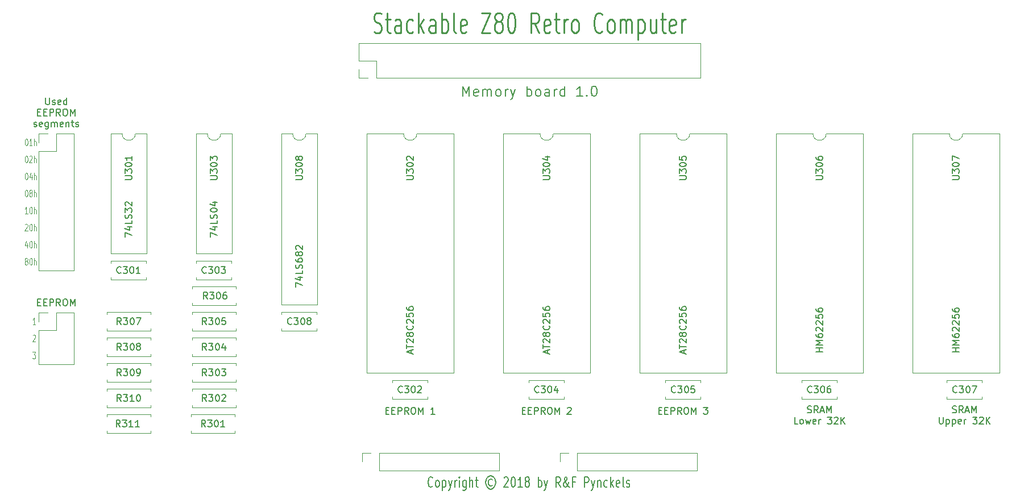
<source format=gto>
%TF.GenerationSoftware,KiCad,Pcbnew,(5.0.0)*%
%TF.CreationDate,2018-10-23T17:24:24+02:00*%
%TF.ProjectId,S80 Memory,533830204D656D6F72792E6B69636164,1.0*%
%TF.SameCoordinates,Original*%
%TF.FileFunction,Legend,Top*%
%TF.FilePolarity,Positive*%
%FSLAX46Y46*%
G04 Gerber Fmt 4.6, Leading zero omitted, Abs format (unit mm)*
G04 Created by KiCad (PCBNEW (5.0.0)) date 10/23/18 17:24:24*
%MOMM*%
%LPD*%
G01*
G04 APERTURE LIST*
%ADD10C,0.100000*%
%ADD11C,0.150000*%
%ADD12C,0.250000*%
%ADD13C,0.120000*%
G04 APERTURE END LIST*
D10*
X74848333Y-105290952D02*
X74781666Y-105243333D01*
X74748333Y-105195714D01*
X74715000Y-105100476D01*
X74715000Y-105052857D01*
X74748333Y-104957619D01*
X74781666Y-104910000D01*
X74848333Y-104862380D01*
X74981666Y-104862380D01*
X75048333Y-104910000D01*
X75081666Y-104957619D01*
X75115000Y-105052857D01*
X75115000Y-105100476D01*
X75081666Y-105195714D01*
X75048333Y-105243333D01*
X74981666Y-105290952D01*
X74848333Y-105290952D01*
X74781666Y-105338571D01*
X74748333Y-105386190D01*
X74715000Y-105481428D01*
X74715000Y-105671904D01*
X74748333Y-105767142D01*
X74781666Y-105814761D01*
X74848333Y-105862380D01*
X74981666Y-105862380D01*
X75048333Y-105814761D01*
X75081666Y-105767142D01*
X75115000Y-105671904D01*
X75115000Y-105481428D01*
X75081666Y-105386190D01*
X75048333Y-105338571D01*
X74981666Y-105290952D01*
X75548333Y-104862380D02*
X75615000Y-104862380D01*
X75681666Y-104910000D01*
X75715000Y-104957619D01*
X75748333Y-105052857D01*
X75781666Y-105243333D01*
X75781666Y-105481428D01*
X75748333Y-105671904D01*
X75715000Y-105767142D01*
X75681666Y-105814761D01*
X75615000Y-105862380D01*
X75548333Y-105862380D01*
X75481666Y-105814761D01*
X75448333Y-105767142D01*
X75415000Y-105671904D01*
X75381666Y-105481428D01*
X75381666Y-105243333D01*
X75415000Y-105052857D01*
X75448333Y-104957619D01*
X75481666Y-104910000D01*
X75548333Y-104862380D01*
X76081666Y-105862380D02*
X76081666Y-104862380D01*
X76381666Y-105862380D02*
X76381666Y-105338571D01*
X76348333Y-105243333D01*
X76281666Y-105195714D01*
X76181666Y-105195714D01*
X76115000Y-105243333D01*
X76081666Y-105290952D01*
X75048333Y-102655714D02*
X75048333Y-103322380D01*
X74881666Y-102274761D02*
X74715000Y-102989047D01*
X75148333Y-102989047D01*
X75548333Y-102322380D02*
X75615000Y-102322380D01*
X75681666Y-102370000D01*
X75715000Y-102417619D01*
X75748333Y-102512857D01*
X75781666Y-102703333D01*
X75781666Y-102941428D01*
X75748333Y-103131904D01*
X75715000Y-103227142D01*
X75681666Y-103274761D01*
X75615000Y-103322380D01*
X75548333Y-103322380D01*
X75481666Y-103274761D01*
X75448333Y-103227142D01*
X75415000Y-103131904D01*
X75381666Y-102941428D01*
X75381666Y-102703333D01*
X75415000Y-102512857D01*
X75448333Y-102417619D01*
X75481666Y-102370000D01*
X75548333Y-102322380D01*
X76081666Y-103322380D02*
X76081666Y-102322380D01*
X76381666Y-103322380D02*
X76381666Y-102798571D01*
X76348333Y-102703333D01*
X76281666Y-102655714D01*
X76181666Y-102655714D01*
X76115000Y-102703333D01*
X76081666Y-102750952D01*
X74715000Y-99877619D02*
X74748333Y-99830000D01*
X74815000Y-99782380D01*
X74981666Y-99782380D01*
X75048333Y-99830000D01*
X75081666Y-99877619D01*
X75115000Y-99972857D01*
X75115000Y-100068095D01*
X75081666Y-100210952D01*
X74681666Y-100782380D01*
X75115000Y-100782380D01*
X75548333Y-99782380D02*
X75615000Y-99782380D01*
X75681666Y-99830000D01*
X75715000Y-99877619D01*
X75748333Y-99972857D01*
X75781666Y-100163333D01*
X75781666Y-100401428D01*
X75748333Y-100591904D01*
X75715000Y-100687142D01*
X75681666Y-100734761D01*
X75615000Y-100782380D01*
X75548333Y-100782380D01*
X75481666Y-100734761D01*
X75448333Y-100687142D01*
X75415000Y-100591904D01*
X75381666Y-100401428D01*
X75381666Y-100163333D01*
X75415000Y-99972857D01*
X75448333Y-99877619D01*
X75481666Y-99830000D01*
X75548333Y-99782380D01*
X76081666Y-100782380D02*
X76081666Y-99782380D01*
X76381666Y-100782380D02*
X76381666Y-100258571D01*
X76348333Y-100163333D01*
X76281666Y-100115714D01*
X76181666Y-100115714D01*
X76115000Y-100163333D01*
X76081666Y-100210952D01*
X75115000Y-98242380D02*
X74715000Y-98242380D01*
X74915000Y-98242380D02*
X74915000Y-97242380D01*
X74848333Y-97385238D01*
X74781666Y-97480476D01*
X74715000Y-97528095D01*
X75548333Y-97242380D02*
X75615000Y-97242380D01*
X75681666Y-97290000D01*
X75715000Y-97337619D01*
X75748333Y-97432857D01*
X75781666Y-97623333D01*
X75781666Y-97861428D01*
X75748333Y-98051904D01*
X75715000Y-98147142D01*
X75681666Y-98194761D01*
X75615000Y-98242380D01*
X75548333Y-98242380D01*
X75481666Y-98194761D01*
X75448333Y-98147142D01*
X75415000Y-98051904D01*
X75381666Y-97861428D01*
X75381666Y-97623333D01*
X75415000Y-97432857D01*
X75448333Y-97337619D01*
X75481666Y-97290000D01*
X75548333Y-97242380D01*
X76081666Y-98242380D02*
X76081666Y-97242380D01*
X76381666Y-98242380D02*
X76381666Y-97718571D01*
X76348333Y-97623333D01*
X76281666Y-97575714D01*
X76181666Y-97575714D01*
X76115000Y-97623333D01*
X76081666Y-97670952D01*
X74881666Y-94702380D02*
X74948333Y-94702380D01*
X75015000Y-94750000D01*
X75048333Y-94797619D01*
X75081666Y-94892857D01*
X75115000Y-95083333D01*
X75115000Y-95321428D01*
X75081666Y-95511904D01*
X75048333Y-95607142D01*
X75015000Y-95654761D01*
X74948333Y-95702380D01*
X74881666Y-95702380D01*
X74815000Y-95654761D01*
X74781666Y-95607142D01*
X74748333Y-95511904D01*
X74715000Y-95321428D01*
X74715000Y-95083333D01*
X74748333Y-94892857D01*
X74781666Y-94797619D01*
X74815000Y-94750000D01*
X74881666Y-94702380D01*
X75515000Y-95130952D02*
X75448333Y-95083333D01*
X75415000Y-95035714D01*
X75381666Y-94940476D01*
X75381666Y-94892857D01*
X75415000Y-94797619D01*
X75448333Y-94750000D01*
X75515000Y-94702380D01*
X75648333Y-94702380D01*
X75715000Y-94750000D01*
X75748333Y-94797619D01*
X75781666Y-94892857D01*
X75781666Y-94940476D01*
X75748333Y-95035714D01*
X75715000Y-95083333D01*
X75648333Y-95130952D01*
X75515000Y-95130952D01*
X75448333Y-95178571D01*
X75415000Y-95226190D01*
X75381666Y-95321428D01*
X75381666Y-95511904D01*
X75415000Y-95607142D01*
X75448333Y-95654761D01*
X75515000Y-95702380D01*
X75648333Y-95702380D01*
X75715000Y-95654761D01*
X75748333Y-95607142D01*
X75781666Y-95511904D01*
X75781666Y-95321428D01*
X75748333Y-95226190D01*
X75715000Y-95178571D01*
X75648333Y-95130952D01*
X76081666Y-95702380D02*
X76081666Y-94702380D01*
X76381666Y-95702380D02*
X76381666Y-95178571D01*
X76348333Y-95083333D01*
X76281666Y-95035714D01*
X76181666Y-95035714D01*
X76115000Y-95083333D01*
X76081666Y-95130952D01*
X74881666Y-92162380D02*
X74948333Y-92162380D01*
X75015000Y-92210000D01*
X75048333Y-92257619D01*
X75081666Y-92352857D01*
X75115000Y-92543333D01*
X75115000Y-92781428D01*
X75081666Y-92971904D01*
X75048333Y-93067142D01*
X75015000Y-93114761D01*
X74948333Y-93162380D01*
X74881666Y-93162380D01*
X74815000Y-93114761D01*
X74781666Y-93067142D01*
X74748333Y-92971904D01*
X74715000Y-92781428D01*
X74715000Y-92543333D01*
X74748333Y-92352857D01*
X74781666Y-92257619D01*
X74815000Y-92210000D01*
X74881666Y-92162380D01*
X75715000Y-92495714D02*
X75715000Y-93162380D01*
X75548333Y-92114761D02*
X75381666Y-92829047D01*
X75815000Y-92829047D01*
X76081666Y-93162380D02*
X76081666Y-92162380D01*
X76381666Y-93162380D02*
X76381666Y-92638571D01*
X76348333Y-92543333D01*
X76281666Y-92495714D01*
X76181666Y-92495714D01*
X76115000Y-92543333D01*
X76081666Y-92590952D01*
X74881666Y-89622380D02*
X74948333Y-89622380D01*
X75015000Y-89670000D01*
X75048333Y-89717619D01*
X75081666Y-89812857D01*
X75115000Y-90003333D01*
X75115000Y-90241428D01*
X75081666Y-90431904D01*
X75048333Y-90527142D01*
X75015000Y-90574761D01*
X74948333Y-90622380D01*
X74881666Y-90622380D01*
X74815000Y-90574761D01*
X74781666Y-90527142D01*
X74748333Y-90431904D01*
X74715000Y-90241428D01*
X74715000Y-90003333D01*
X74748333Y-89812857D01*
X74781666Y-89717619D01*
X74815000Y-89670000D01*
X74881666Y-89622380D01*
X75381666Y-89717619D02*
X75415000Y-89670000D01*
X75481666Y-89622380D01*
X75648333Y-89622380D01*
X75715000Y-89670000D01*
X75748333Y-89717619D01*
X75781666Y-89812857D01*
X75781666Y-89908095D01*
X75748333Y-90050952D01*
X75348333Y-90622380D01*
X75781666Y-90622380D01*
X76081666Y-90622380D02*
X76081666Y-89622380D01*
X76381666Y-90622380D02*
X76381666Y-90098571D01*
X76348333Y-90003333D01*
X76281666Y-89955714D01*
X76181666Y-89955714D01*
X76115000Y-90003333D01*
X76081666Y-90050952D01*
X74881666Y-87082380D02*
X74948333Y-87082380D01*
X75015000Y-87130000D01*
X75048333Y-87177619D01*
X75081666Y-87272857D01*
X75115000Y-87463333D01*
X75115000Y-87701428D01*
X75081666Y-87891904D01*
X75048333Y-87987142D01*
X75015000Y-88034761D01*
X74948333Y-88082380D01*
X74881666Y-88082380D01*
X74815000Y-88034761D01*
X74781666Y-87987142D01*
X74748333Y-87891904D01*
X74715000Y-87701428D01*
X74715000Y-87463333D01*
X74748333Y-87272857D01*
X74781666Y-87177619D01*
X74815000Y-87130000D01*
X74881666Y-87082380D01*
X75781666Y-88082380D02*
X75381666Y-88082380D01*
X75581666Y-88082380D02*
X75581666Y-87082380D01*
X75515000Y-87225238D01*
X75448333Y-87320476D01*
X75381666Y-87368095D01*
X76081666Y-88082380D02*
X76081666Y-87082380D01*
X76381666Y-88082380D02*
X76381666Y-87558571D01*
X76348333Y-87463333D01*
X76281666Y-87415714D01*
X76181666Y-87415714D01*
X76115000Y-87463333D01*
X76081666Y-87510952D01*
X75839666Y-118832380D02*
X76273000Y-118832380D01*
X76039666Y-119213333D01*
X76139666Y-119213333D01*
X76206333Y-119260952D01*
X76239666Y-119308571D01*
X76273000Y-119403809D01*
X76273000Y-119641904D01*
X76239666Y-119737142D01*
X76206333Y-119784761D01*
X76139666Y-119832380D01*
X75939666Y-119832380D01*
X75873000Y-119784761D01*
X75839666Y-119737142D01*
X75873000Y-116387619D02*
X75906333Y-116340000D01*
X75973000Y-116292380D01*
X76139666Y-116292380D01*
X76206333Y-116340000D01*
X76239666Y-116387619D01*
X76273000Y-116482857D01*
X76273000Y-116578095D01*
X76239666Y-116720952D01*
X75839666Y-117292380D01*
X76273000Y-117292380D01*
X76273000Y-114752380D02*
X75873000Y-114752380D01*
X76073000Y-114752380D02*
X76073000Y-113752380D01*
X76006333Y-113895238D01*
X75939666Y-113990476D01*
X75873000Y-114038095D01*
D11*
X77803571Y-80987380D02*
X77803571Y-81796904D01*
X77851190Y-81892142D01*
X77898809Y-81939761D01*
X77994047Y-81987380D01*
X78184523Y-81987380D01*
X78279761Y-81939761D01*
X78327380Y-81892142D01*
X78375000Y-81796904D01*
X78375000Y-80987380D01*
X78803571Y-81939761D02*
X78898809Y-81987380D01*
X79089285Y-81987380D01*
X79184523Y-81939761D01*
X79232142Y-81844523D01*
X79232142Y-81796904D01*
X79184523Y-81701666D01*
X79089285Y-81654047D01*
X78946428Y-81654047D01*
X78851190Y-81606428D01*
X78803571Y-81511190D01*
X78803571Y-81463571D01*
X78851190Y-81368333D01*
X78946428Y-81320714D01*
X79089285Y-81320714D01*
X79184523Y-81368333D01*
X80041666Y-81939761D02*
X79946428Y-81987380D01*
X79755952Y-81987380D01*
X79660714Y-81939761D01*
X79613095Y-81844523D01*
X79613095Y-81463571D01*
X79660714Y-81368333D01*
X79755952Y-81320714D01*
X79946428Y-81320714D01*
X80041666Y-81368333D01*
X80089285Y-81463571D01*
X80089285Y-81558809D01*
X79613095Y-81654047D01*
X80946428Y-81987380D02*
X80946428Y-80987380D01*
X80946428Y-81939761D02*
X80851190Y-81987380D01*
X80660714Y-81987380D01*
X80565476Y-81939761D01*
X80517857Y-81892142D01*
X80470238Y-81796904D01*
X80470238Y-81511190D01*
X80517857Y-81415952D01*
X80565476Y-81368333D01*
X80660714Y-81320714D01*
X80851190Y-81320714D01*
X80946428Y-81368333D01*
X76613095Y-83113571D02*
X76946428Y-83113571D01*
X77089285Y-83637380D02*
X76613095Y-83637380D01*
X76613095Y-82637380D01*
X77089285Y-82637380D01*
X77517857Y-83113571D02*
X77851190Y-83113571D01*
X77994047Y-83637380D02*
X77517857Y-83637380D01*
X77517857Y-82637380D01*
X77994047Y-82637380D01*
X78422619Y-83637380D02*
X78422619Y-82637380D01*
X78803571Y-82637380D01*
X78898809Y-82685000D01*
X78946428Y-82732619D01*
X78994047Y-82827857D01*
X78994047Y-82970714D01*
X78946428Y-83065952D01*
X78898809Y-83113571D01*
X78803571Y-83161190D01*
X78422619Y-83161190D01*
X79994047Y-83637380D02*
X79660714Y-83161190D01*
X79422619Y-83637380D02*
X79422619Y-82637380D01*
X79803571Y-82637380D01*
X79898809Y-82685000D01*
X79946428Y-82732619D01*
X79994047Y-82827857D01*
X79994047Y-82970714D01*
X79946428Y-83065952D01*
X79898809Y-83113571D01*
X79803571Y-83161190D01*
X79422619Y-83161190D01*
X80613095Y-82637380D02*
X80803571Y-82637380D01*
X80898809Y-82685000D01*
X80994047Y-82780238D01*
X81041666Y-82970714D01*
X81041666Y-83304047D01*
X80994047Y-83494523D01*
X80898809Y-83589761D01*
X80803571Y-83637380D01*
X80613095Y-83637380D01*
X80517857Y-83589761D01*
X80422619Y-83494523D01*
X80375000Y-83304047D01*
X80375000Y-82970714D01*
X80422619Y-82780238D01*
X80517857Y-82685000D01*
X80613095Y-82637380D01*
X81470238Y-83637380D02*
X81470238Y-82637380D01*
X81803571Y-83351666D01*
X82136904Y-82637380D01*
X82136904Y-83637380D01*
X76041666Y-85239761D02*
X76136904Y-85287380D01*
X76327380Y-85287380D01*
X76422619Y-85239761D01*
X76470238Y-85144523D01*
X76470238Y-85096904D01*
X76422619Y-85001666D01*
X76327380Y-84954047D01*
X76184523Y-84954047D01*
X76089285Y-84906428D01*
X76041666Y-84811190D01*
X76041666Y-84763571D01*
X76089285Y-84668333D01*
X76184523Y-84620714D01*
X76327380Y-84620714D01*
X76422619Y-84668333D01*
X77279761Y-85239761D02*
X77184523Y-85287380D01*
X76994047Y-85287380D01*
X76898809Y-85239761D01*
X76851190Y-85144523D01*
X76851190Y-84763571D01*
X76898809Y-84668333D01*
X76994047Y-84620714D01*
X77184523Y-84620714D01*
X77279761Y-84668333D01*
X77327380Y-84763571D01*
X77327380Y-84858809D01*
X76851190Y-84954047D01*
X78184523Y-84620714D02*
X78184523Y-85430238D01*
X78136904Y-85525476D01*
X78089285Y-85573095D01*
X77994047Y-85620714D01*
X77851190Y-85620714D01*
X77755952Y-85573095D01*
X78184523Y-85239761D02*
X78089285Y-85287380D01*
X77898809Y-85287380D01*
X77803571Y-85239761D01*
X77755952Y-85192142D01*
X77708333Y-85096904D01*
X77708333Y-84811190D01*
X77755952Y-84715952D01*
X77803571Y-84668333D01*
X77898809Y-84620714D01*
X78089285Y-84620714D01*
X78184523Y-84668333D01*
X78660714Y-85287380D02*
X78660714Y-84620714D01*
X78660714Y-84715952D02*
X78708333Y-84668333D01*
X78803571Y-84620714D01*
X78946428Y-84620714D01*
X79041666Y-84668333D01*
X79089285Y-84763571D01*
X79089285Y-85287380D01*
X79089285Y-84763571D02*
X79136904Y-84668333D01*
X79232142Y-84620714D01*
X79375000Y-84620714D01*
X79470238Y-84668333D01*
X79517857Y-84763571D01*
X79517857Y-85287380D01*
X80375000Y-85239761D02*
X80279761Y-85287380D01*
X80089285Y-85287380D01*
X79994047Y-85239761D01*
X79946428Y-85144523D01*
X79946428Y-84763571D01*
X79994047Y-84668333D01*
X80089285Y-84620714D01*
X80279761Y-84620714D01*
X80375000Y-84668333D01*
X80422619Y-84763571D01*
X80422619Y-84858809D01*
X79946428Y-84954047D01*
X80851190Y-84620714D02*
X80851190Y-85287380D01*
X80851190Y-84715952D02*
X80898809Y-84668333D01*
X80994047Y-84620714D01*
X81136904Y-84620714D01*
X81232142Y-84668333D01*
X81279761Y-84763571D01*
X81279761Y-85287380D01*
X81613095Y-84620714D02*
X81994047Y-84620714D01*
X81755952Y-84287380D02*
X81755952Y-85144523D01*
X81803571Y-85239761D01*
X81898809Y-85287380D01*
X81994047Y-85287380D01*
X82279761Y-85239761D02*
X82375000Y-85287380D01*
X82565476Y-85287380D01*
X82660714Y-85239761D01*
X82708333Y-85144523D01*
X82708333Y-85096904D01*
X82660714Y-85001666D01*
X82565476Y-84954047D01*
X82422619Y-84954047D01*
X82327380Y-84906428D01*
X82279761Y-84811190D01*
X82279761Y-84763571D01*
X82327380Y-84668333D01*
X82422619Y-84620714D01*
X82565476Y-84620714D01*
X82660714Y-84668333D01*
X76613095Y-111434571D02*
X76946428Y-111434571D01*
X77089285Y-111958380D02*
X76613095Y-111958380D01*
X76613095Y-110958380D01*
X77089285Y-110958380D01*
X77517857Y-111434571D02*
X77851190Y-111434571D01*
X77994047Y-111958380D02*
X77517857Y-111958380D01*
X77517857Y-110958380D01*
X77994047Y-110958380D01*
X78422619Y-111958380D02*
X78422619Y-110958380D01*
X78803571Y-110958380D01*
X78898809Y-111006000D01*
X78946428Y-111053619D01*
X78994047Y-111148857D01*
X78994047Y-111291714D01*
X78946428Y-111386952D01*
X78898809Y-111434571D01*
X78803571Y-111482190D01*
X78422619Y-111482190D01*
X79994047Y-111958380D02*
X79660714Y-111482190D01*
X79422619Y-111958380D02*
X79422619Y-110958380D01*
X79803571Y-110958380D01*
X79898809Y-111006000D01*
X79946428Y-111053619D01*
X79994047Y-111148857D01*
X79994047Y-111291714D01*
X79946428Y-111386952D01*
X79898809Y-111434571D01*
X79803571Y-111482190D01*
X79422619Y-111482190D01*
X80613095Y-110958380D02*
X80803571Y-110958380D01*
X80898809Y-111006000D01*
X80994047Y-111101238D01*
X81041666Y-111291714D01*
X81041666Y-111625047D01*
X80994047Y-111815523D01*
X80898809Y-111910761D01*
X80803571Y-111958380D01*
X80613095Y-111958380D01*
X80517857Y-111910761D01*
X80422619Y-111815523D01*
X80375000Y-111625047D01*
X80375000Y-111291714D01*
X80422619Y-111101238D01*
X80517857Y-111006000D01*
X80613095Y-110958380D01*
X81470238Y-111958380D02*
X81470238Y-110958380D01*
X81803571Y-111672666D01*
X82136904Y-110958380D01*
X82136904Y-111958380D01*
X212844285Y-127842141D02*
X212987142Y-127889760D01*
X213225238Y-127889760D01*
X213320476Y-127842141D01*
X213368095Y-127794522D01*
X213415714Y-127699284D01*
X213415714Y-127604046D01*
X213368095Y-127508808D01*
X213320476Y-127461189D01*
X213225238Y-127413570D01*
X213034761Y-127365951D01*
X212939523Y-127318332D01*
X212891904Y-127270713D01*
X212844285Y-127175475D01*
X212844285Y-127080237D01*
X212891904Y-126984999D01*
X212939523Y-126937380D01*
X213034761Y-126889760D01*
X213272857Y-126889760D01*
X213415714Y-126937380D01*
X214415714Y-127889760D02*
X214082380Y-127413570D01*
X213844285Y-127889760D02*
X213844285Y-126889760D01*
X214225238Y-126889760D01*
X214320476Y-126937380D01*
X214368095Y-126984999D01*
X214415714Y-127080237D01*
X214415714Y-127223094D01*
X214368095Y-127318332D01*
X214320476Y-127365951D01*
X214225238Y-127413570D01*
X213844285Y-127413570D01*
X214796666Y-127604046D02*
X215272857Y-127604046D01*
X214701428Y-127889760D02*
X215034761Y-126889760D01*
X215368095Y-127889760D01*
X215701428Y-127889760D02*
X215701428Y-126889760D01*
X216034761Y-127604046D01*
X216368095Y-126889760D01*
X216368095Y-127889760D01*
X210868095Y-128539760D02*
X210868095Y-129349284D01*
X210915714Y-129444522D01*
X210963333Y-129492141D01*
X211058571Y-129539760D01*
X211249047Y-129539760D01*
X211344285Y-129492141D01*
X211391904Y-129444522D01*
X211439523Y-129349284D01*
X211439523Y-128539760D01*
X211915714Y-128873094D02*
X211915714Y-129873094D01*
X211915714Y-128920713D02*
X212010952Y-128873094D01*
X212201428Y-128873094D01*
X212296666Y-128920713D01*
X212344285Y-128968332D01*
X212391904Y-129063570D01*
X212391904Y-129349284D01*
X212344285Y-129444522D01*
X212296666Y-129492141D01*
X212201428Y-129539760D01*
X212010952Y-129539760D01*
X211915714Y-129492141D01*
X212820476Y-128873094D02*
X212820476Y-129873094D01*
X212820476Y-128920713D02*
X212915714Y-128873094D01*
X213106190Y-128873094D01*
X213201428Y-128920713D01*
X213249047Y-128968332D01*
X213296666Y-129063570D01*
X213296666Y-129349284D01*
X213249047Y-129444522D01*
X213201428Y-129492141D01*
X213106190Y-129539760D01*
X212915714Y-129539760D01*
X212820476Y-129492141D01*
X214106190Y-129492141D02*
X214010952Y-129539760D01*
X213820476Y-129539760D01*
X213725238Y-129492141D01*
X213677619Y-129396903D01*
X213677619Y-129015951D01*
X213725238Y-128920713D01*
X213820476Y-128873094D01*
X214010952Y-128873094D01*
X214106190Y-128920713D01*
X214153809Y-129015951D01*
X214153809Y-129111189D01*
X213677619Y-129206427D01*
X214582380Y-129539760D02*
X214582380Y-128873094D01*
X214582380Y-129063570D02*
X214630000Y-128968332D01*
X214677619Y-128920713D01*
X214772857Y-128873094D01*
X214868095Y-128873094D01*
X215868095Y-128539760D02*
X216487142Y-128539760D01*
X216153809Y-128920713D01*
X216296666Y-128920713D01*
X216391904Y-128968332D01*
X216439523Y-129015951D01*
X216487142Y-129111189D01*
X216487142Y-129349284D01*
X216439523Y-129444522D01*
X216391904Y-129492141D01*
X216296666Y-129539760D01*
X216010952Y-129539760D01*
X215915714Y-129492141D01*
X215868095Y-129444522D01*
X216868095Y-128634999D02*
X216915714Y-128587380D01*
X217010952Y-128539760D01*
X217249047Y-128539760D01*
X217344285Y-128587380D01*
X217391904Y-128634999D01*
X217439523Y-128730237D01*
X217439523Y-128825475D01*
X217391904Y-128968332D01*
X216820476Y-129539760D01*
X217439523Y-129539760D01*
X217868095Y-129539760D02*
X217868095Y-128539760D01*
X218439523Y-129539760D02*
X218010952Y-128968332D01*
X218439523Y-128539760D02*
X217868095Y-129111189D01*
X191254285Y-127849761D02*
X191397142Y-127897380D01*
X191635238Y-127897380D01*
X191730476Y-127849761D01*
X191778095Y-127802142D01*
X191825714Y-127706904D01*
X191825714Y-127611666D01*
X191778095Y-127516428D01*
X191730476Y-127468809D01*
X191635238Y-127421190D01*
X191444761Y-127373571D01*
X191349523Y-127325952D01*
X191301904Y-127278333D01*
X191254285Y-127183095D01*
X191254285Y-127087857D01*
X191301904Y-126992619D01*
X191349523Y-126945000D01*
X191444761Y-126897380D01*
X191682857Y-126897380D01*
X191825714Y-126945000D01*
X192825714Y-127897380D02*
X192492380Y-127421190D01*
X192254285Y-127897380D02*
X192254285Y-126897380D01*
X192635238Y-126897380D01*
X192730476Y-126945000D01*
X192778095Y-126992619D01*
X192825714Y-127087857D01*
X192825714Y-127230714D01*
X192778095Y-127325952D01*
X192730476Y-127373571D01*
X192635238Y-127421190D01*
X192254285Y-127421190D01*
X193206666Y-127611666D02*
X193682857Y-127611666D01*
X193111428Y-127897380D02*
X193444761Y-126897380D01*
X193778095Y-127897380D01*
X194111428Y-127897380D02*
X194111428Y-126897380D01*
X194444761Y-127611666D01*
X194778095Y-126897380D01*
X194778095Y-127897380D01*
X189801904Y-129547380D02*
X189325714Y-129547380D01*
X189325714Y-128547380D01*
X190278095Y-129547380D02*
X190182857Y-129499761D01*
X190135238Y-129452142D01*
X190087619Y-129356904D01*
X190087619Y-129071190D01*
X190135238Y-128975952D01*
X190182857Y-128928333D01*
X190278095Y-128880714D01*
X190420952Y-128880714D01*
X190516190Y-128928333D01*
X190563809Y-128975952D01*
X190611428Y-129071190D01*
X190611428Y-129356904D01*
X190563809Y-129452142D01*
X190516190Y-129499761D01*
X190420952Y-129547380D01*
X190278095Y-129547380D01*
X190944761Y-128880714D02*
X191135238Y-129547380D01*
X191325714Y-129071190D01*
X191516190Y-129547380D01*
X191706666Y-128880714D01*
X192468571Y-129499761D02*
X192373333Y-129547380D01*
X192182857Y-129547380D01*
X192087619Y-129499761D01*
X192040000Y-129404523D01*
X192040000Y-129023571D01*
X192087619Y-128928333D01*
X192182857Y-128880714D01*
X192373333Y-128880714D01*
X192468571Y-128928333D01*
X192516190Y-129023571D01*
X192516190Y-129118809D01*
X192040000Y-129214047D01*
X192944761Y-129547380D02*
X192944761Y-128880714D01*
X192944761Y-129071190D02*
X192992380Y-128975952D01*
X193040000Y-128928333D01*
X193135238Y-128880714D01*
X193230476Y-128880714D01*
X194230476Y-128547380D02*
X194849523Y-128547380D01*
X194516190Y-128928333D01*
X194659047Y-128928333D01*
X194754285Y-128975952D01*
X194801904Y-129023571D01*
X194849523Y-129118809D01*
X194849523Y-129356904D01*
X194801904Y-129452142D01*
X194754285Y-129499761D01*
X194659047Y-129547380D01*
X194373333Y-129547380D01*
X194278095Y-129499761D01*
X194230476Y-129452142D01*
X195230476Y-128642619D02*
X195278095Y-128595000D01*
X195373333Y-128547380D01*
X195611428Y-128547380D01*
X195706666Y-128595000D01*
X195754285Y-128642619D01*
X195801904Y-128737857D01*
X195801904Y-128833095D01*
X195754285Y-128975952D01*
X195182857Y-129547380D01*
X195801904Y-129547380D01*
X196230476Y-129547380D02*
X196230476Y-128547380D01*
X196801904Y-129547380D02*
X196373333Y-128975952D01*
X196801904Y-128547380D02*
X196230476Y-129118809D01*
X169100952Y-127563571D02*
X169434285Y-127563571D01*
X169577142Y-128087380D02*
X169100952Y-128087380D01*
X169100952Y-127087380D01*
X169577142Y-127087380D01*
X170005714Y-127563571D02*
X170339047Y-127563571D01*
X170481904Y-128087380D02*
X170005714Y-128087380D01*
X170005714Y-127087380D01*
X170481904Y-127087380D01*
X170910476Y-128087380D02*
X170910476Y-127087380D01*
X171291428Y-127087380D01*
X171386666Y-127135000D01*
X171434285Y-127182619D01*
X171481904Y-127277857D01*
X171481904Y-127420714D01*
X171434285Y-127515952D01*
X171386666Y-127563571D01*
X171291428Y-127611190D01*
X170910476Y-127611190D01*
X172481904Y-128087380D02*
X172148571Y-127611190D01*
X171910476Y-128087380D02*
X171910476Y-127087380D01*
X172291428Y-127087380D01*
X172386666Y-127135000D01*
X172434285Y-127182619D01*
X172481904Y-127277857D01*
X172481904Y-127420714D01*
X172434285Y-127515952D01*
X172386666Y-127563571D01*
X172291428Y-127611190D01*
X171910476Y-127611190D01*
X173100952Y-127087380D02*
X173291428Y-127087380D01*
X173386666Y-127135000D01*
X173481904Y-127230238D01*
X173529523Y-127420714D01*
X173529523Y-127754047D01*
X173481904Y-127944523D01*
X173386666Y-128039761D01*
X173291428Y-128087380D01*
X173100952Y-128087380D01*
X173005714Y-128039761D01*
X172910476Y-127944523D01*
X172862857Y-127754047D01*
X172862857Y-127420714D01*
X172910476Y-127230238D01*
X173005714Y-127135000D01*
X173100952Y-127087380D01*
X173958095Y-128087380D02*
X173958095Y-127087380D01*
X174291428Y-127801666D01*
X174624761Y-127087380D01*
X174624761Y-128087380D01*
X175767619Y-127087380D02*
X176386666Y-127087380D01*
X176053333Y-127468333D01*
X176196190Y-127468333D01*
X176291428Y-127515952D01*
X176339047Y-127563571D01*
X176386666Y-127658809D01*
X176386666Y-127896904D01*
X176339047Y-127992142D01*
X176291428Y-128039761D01*
X176196190Y-128087380D01*
X175910476Y-128087380D01*
X175815238Y-128039761D01*
X175767619Y-127992142D01*
X148780952Y-127563571D02*
X149114285Y-127563571D01*
X149257142Y-128087380D02*
X148780952Y-128087380D01*
X148780952Y-127087380D01*
X149257142Y-127087380D01*
X149685714Y-127563571D02*
X150019047Y-127563571D01*
X150161904Y-128087380D02*
X149685714Y-128087380D01*
X149685714Y-127087380D01*
X150161904Y-127087380D01*
X150590476Y-128087380D02*
X150590476Y-127087380D01*
X150971428Y-127087380D01*
X151066666Y-127135000D01*
X151114285Y-127182619D01*
X151161904Y-127277857D01*
X151161904Y-127420714D01*
X151114285Y-127515952D01*
X151066666Y-127563571D01*
X150971428Y-127611190D01*
X150590476Y-127611190D01*
X152161904Y-128087380D02*
X151828571Y-127611190D01*
X151590476Y-128087380D02*
X151590476Y-127087380D01*
X151971428Y-127087380D01*
X152066666Y-127135000D01*
X152114285Y-127182619D01*
X152161904Y-127277857D01*
X152161904Y-127420714D01*
X152114285Y-127515952D01*
X152066666Y-127563571D01*
X151971428Y-127611190D01*
X151590476Y-127611190D01*
X152780952Y-127087380D02*
X152971428Y-127087380D01*
X153066666Y-127135000D01*
X153161904Y-127230238D01*
X153209523Y-127420714D01*
X153209523Y-127754047D01*
X153161904Y-127944523D01*
X153066666Y-128039761D01*
X152971428Y-128087380D01*
X152780952Y-128087380D01*
X152685714Y-128039761D01*
X152590476Y-127944523D01*
X152542857Y-127754047D01*
X152542857Y-127420714D01*
X152590476Y-127230238D01*
X152685714Y-127135000D01*
X152780952Y-127087380D01*
X153638095Y-128087380D02*
X153638095Y-127087380D01*
X153971428Y-127801666D01*
X154304761Y-127087380D01*
X154304761Y-128087380D01*
X155495238Y-127182619D02*
X155542857Y-127135000D01*
X155638095Y-127087380D01*
X155876190Y-127087380D01*
X155971428Y-127135000D01*
X156019047Y-127182619D01*
X156066666Y-127277857D01*
X156066666Y-127373095D01*
X156019047Y-127515952D01*
X155447619Y-128087380D01*
X156066666Y-128087380D01*
X128460952Y-127563571D02*
X128794285Y-127563571D01*
X128937142Y-128087380D02*
X128460952Y-128087380D01*
X128460952Y-127087380D01*
X128937142Y-127087380D01*
X129365714Y-127563571D02*
X129699047Y-127563571D01*
X129841904Y-128087380D02*
X129365714Y-128087380D01*
X129365714Y-127087380D01*
X129841904Y-127087380D01*
X130270476Y-128087380D02*
X130270476Y-127087380D01*
X130651428Y-127087380D01*
X130746666Y-127135000D01*
X130794285Y-127182619D01*
X130841904Y-127277857D01*
X130841904Y-127420714D01*
X130794285Y-127515952D01*
X130746666Y-127563571D01*
X130651428Y-127611190D01*
X130270476Y-127611190D01*
X131841904Y-128087380D02*
X131508571Y-127611190D01*
X131270476Y-128087380D02*
X131270476Y-127087380D01*
X131651428Y-127087380D01*
X131746666Y-127135000D01*
X131794285Y-127182619D01*
X131841904Y-127277857D01*
X131841904Y-127420714D01*
X131794285Y-127515952D01*
X131746666Y-127563571D01*
X131651428Y-127611190D01*
X131270476Y-127611190D01*
X132460952Y-127087380D02*
X132651428Y-127087380D01*
X132746666Y-127135000D01*
X132841904Y-127230238D01*
X132889523Y-127420714D01*
X132889523Y-127754047D01*
X132841904Y-127944523D01*
X132746666Y-128039761D01*
X132651428Y-128087380D01*
X132460952Y-128087380D01*
X132365714Y-128039761D01*
X132270476Y-127944523D01*
X132222857Y-127754047D01*
X132222857Y-127420714D01*
X132270476Y-127230238D01*
X132365714Y-127135000D01*
X132460952Y-127087380D01*
X133318095Y-128087380D02*
X133318095Y-127087380D01*
X133651428Y-127801666D01*
X133984761Y-127087380D01*
X133984761Y-128087380D01*
X135746666Y-128087380D02*
X135175238Y-128087380D01*
X135460952Y-128087380D02*
X135460952Y-127087380D01*
X135365714Y-127230238D01*
X135270476Y-127325476D01*
X135175238Y-127373095D01*
X139890634Y-80736831D02*
X139890634Y-79236831D01*
X140390634Y-80308260D01*
X140890634Y-79236831D01*
X140890634Y-80736831D01*
X142176348Y-80665402D02*
X142033491Y-80736831D01*
X141747777Y-80736831D01*
X141604920Y-80665402D01*
X141533491Y-80522545D01*
X141533491Y-79951117D01*
X141604920Y-79808260D01*
X141747777Y-79736831D01*
X142033491Y-79736831D01*
X142176348Y-79808260D01*
X142247777Y-79951117D01*
X142247777Y-80093974D01*
X141533491Y-80236831D01*
X142890634Y-80736831D02*
X142890634Y-79736831D01*
X142890634Y-79879688D02*
X142962062Y-79808260D01*
X143104920Y-79736831D01*
X143319205Y-79736831D01*
X143462062Y-79808260D01*
X143533491Y-79951117D01*
X143533491Y-80736831D01*
X143533491Y-79951117D02*
X143604920Y-79808260D01*
X143747777Y-79736831D01*
X143962062Y-79736831D01*
X144104920Y-79808260D01*
X144176348Y-79951117D01*
X144176348Y-80736831D01*
X145104920Y-80736831D02*
X144962062Y-80665402D01*
X144890634Y-80593974D01*
X144819205Y-80451117D01*
X144819205Y-80022545D01*
X144890634Y-79879688D01*
X144962062Y-79808260D01*
X145104920Y-79736831D01*
X145319205Y-79736831D01*
X145462062Y-79808260D01*
X145533491Y-79879688D01*
X145604920Y-80022545D01*
X145604920Y-80451117D01*
X145533491Y-80593974D01*
X145462062Y-80665402D01*
X145319205Y-80736831D01*
X145104920Y-80736831D01*
X146247777Y-80736831D02*
X146247777Y-79736831D01*
X146247777Y-80022545D02*
X146319205Y-79879688D01*
X146390634Y-79808260D01*
X146533491Y-79736831D01*
X146676348Y-79736831D01*
X147033491Y-79736831D02*
X147390634Y-80736831D01*
X147747777Y-79736831D02*
X147390634Y-80736831D01*
X147247777Y-81093974D01*
X147176348Y-81165402D01*
X147033491Y-81236831D01*
X149462062Y-80736831D02*
X149462062Y-79236831D01*
X149462062Y-79808260D02*
X149604920Y-79736831D01*
X149890634Y-79736831D01*
X150033491Y-79808260D01*
X150104920Y-79879688D01*
X150176348Y-80022545D01*
X150176348Y-80451117D01*
X150104920Y-80593974D01*
X150033491Y-80665402D01*
X149890634Y-80736831D01*
X149604920Y-80736831D01*
X149462062Y-80665402D01*
X151033491Y-80736831D02*
X150890634Y-80665402D01*
X150819205Y-80593974D01*
X150747777Y-80451117D01*
X150747777Y-80022545D01*
X150819205Y-79879688D01*
X150890634Y-79808260D01*
X151033491Y-79736831D01*
X151247777Y-79736831D01*
X151390634Y-79808260D01*
X151462062Y-79879688D01*
X151533491Y-80022545D01*
X151533491Y-80451117D01*
X151462062Y-80593974D01*
X151390634Y-80665402D01*
X151247777Y-80736831D01*
X151033491Y-80736831D01*
X152819205Y-80736831D02*
X152819205Y-79951117D01*
X152747777Y-79808260D01*
X152604920Y-79736831D01*
X152319205Y-79736831D01*
X152176348Y-79808260D01*
X152819205Y-80665402D02*
X152676348Y-80736831D01*
X152319205Y-80736831D01*
X152176348Y-80665402D01*
X152104920Y-80522545D01*
X152104920Y-80379688D01*
X152176348Y-80236831D01*
X152319205Y-80165402D01*
X152676348Y-80165402D01*
X152819205Y-80093974D01*
X153533491Y-80736831D02*
X153533491Y-79736831D01*
X153533491Y-80022545D02*
X153604920Y-79879688D01*
X153676348Y-79808260D01*
X153819205Y-79736831D01*
X153962062Y-79736831D01*
X155104920Y-80736831D02*
X155104920Y-79236831D01*
X155104920Y-80665402D02*
X154962062Y-80736831D01*
X154676348Y-80736831D01*
X154533491Y-80665402D01*
X154462062Y-80593974D01*
X154390634Y-80451117D01*
X154390634Y-80022545D01*
X154462062Y-79879688D01*
X154533491Y-79808260D01*
X154676348Y-79736831D01*
X154962062Y-79736831D01*
X155104920Y-79808260D01*
X157747777Y-80736831D02*
X156890634Y-80736831D01*
X157319205Y-80736831D02*
X157319205Y-79236831D01*
X157176348Y-79451117D01*
X157033491Y-79593974D01*
X156890634Y-79665402D01*
X158390634Y-80593974D02*
X158462062Y-80665402D01*
X158390634Y-80736831D01*
X158319205Y-80665402D01*
X158390634Y-80593974D01*
X158390634Y-80736831D01*
X159390634Y-79236831D02*
X159533491Y-79236831D01*
X159676348Y-79308260D01*
X159747777Y-79379688D01*
X159819205Y-79522545D01*
X159890634Y-79808260D01*
X159890634Y-80165402D01*
X159819205Y-80451117D01*
X159747777Y-80593974D01*
X159676348Y-80665402D01*
X159533491Y-80736831D01*
X159390634Y-80736831D01*
X159247777Y-80665402D01*
X159176348Y-80593974D01*
X159104920Y-80451117D01*
X159033491Y-80165402D01*
X159033491Y-79808260D01*
X159104920Y-79522545D01*
X159176348Y-79379688D01*
X159247777Y-79308260D01*
X159390634Y-79236831D01*
X135427129Y-138833634D02*
X135374748Y-138905062D01*
X135217605Y-138976491D01*
X135112843Y-138976491D01*
X134955700Y-138905062D01*
X134850939Y-138762205D01*
X134798558Y-138619348D01*
X134746177Y-138333634D01*
X134746177Y-138119348D01*
X134798558Y-137833634D01*
X134850939Y-137690777D01*
X134955700Y-137547920D01*
X135112843Y-137476491D01*
X135217605Y-137476491D01*
X135374748Y-137547920D01*
X135427129Y-137619348D01*
X136055700Y-138976491D02*
X135950939Y-138905062D01*
X135898558Y-138833634D01*
X135846177Y-138690777D01*
X135846177Y-138262205D01*
X135898558Y-138119348D01*
X135950939Y-138047920D01*
X136055700Y-137976491D01*
X136212843Y-137976491D01*
X136317605Y-138047920D01*
X136369986Y-138119348D01*
X136422367Y-138262205D01*
X136422367Y-138690777D01*
X136369986Y-138833634D01*
X136317605Y-138905062D01*
X136212843Y-138976491D01*
X136055700Y-138976491D01*
X136893796Y-137976491D02*
X136893796Y-139476491D01*
X136893796Y-138047920D02*
X136998558Y-137976491D01*
X137208081Y-137976491D01*
X137312843Y-138047920D01*
X137365224Y-138119348D01*
X137417605Y-138262205D01*
X137417605Y-138690777D01*
X137365224Y-138833634D01*
X137312843Y-138905062D01*
X137208081Y-138976491D01*
X136998558Y-138976491D01*
X136893796Y-138905062D01*
X137784272Y-137976491D02*
X138046177Y-138976491D01*
X138308081Y-137976491D02*
X138046177Y-138976491D01*
X137941415Y-139333634D01*
X137889034Y-139405062D01*
X137784272Y-139476491D01*
X138727129Y-138976491D02*
X138727129Y-137976491D01*
X138727129Y-138262205D02*
X138779510Y-138119348D01*
X138831891Y-138047920D01*
X138936653Y-137976491D01*
X139041415Y-137976491D01*
X139408081Y-138976491D02*
X139408081Y-137976491D01*
X139408081Y-137476491D02*
X139355700Y-137547920D01*
X139408081Y-137619348D01*
X139460462Y-137547920D01*
X139408081Y-137476491D01*
X139408081Y-137619348D01*
X140403320Y-137976491D02*
X140403320Y-139190777D01*
X140350939Y-139333634D01*
X140298558Y-139405062D01*
X140193796Y-139476491D01*
X140036653Y-139476491D01*
X139931891Y-139405062D01*
X140403320Y-138905062D02*
X140298558Y-138976491D01*
X140089034Y-138976491D01*
X139984272Y-138905062D01*
X139931891Y-138833634D01*
X139879510Y-138690777D01*
X139879510Y-138262205D01*
X139931891Y-138119348D01*
X139984272Y-138047920D01*
X140089034Y-137976491D01*
X140298558Y-137976491D01*
X140403320Y-138047920D01*
X140927129Y-138976491D02*
X140927129Y-137476491D01*
X141398558Y-138976491D02*
X141398558Y-138190777D01*
X141346177Y-138047920D01*
X141241415Y-137976491D01*
X141084272Y-137976491D01*
X140979510Y-138047920D01*
X140927129Y-138119348D01*
X141765224Y-137976491D02*
X142184272Y-137976491D01*
X141922367Y-137476491D02*
X141922367Y-138762205D01*
X141974748Y-138905062D01*
X142079510Y-138976491D01*
X142184272Y-138976491D01*
X144279510Y-137833634D02*
X144174748Y-137762205D01*
X143965224Y-137762205D01*
X143860462Y-137833634D01*
X143755700Y-137976491D01*
X143703320Y-138119348D01*
X143703320Y-138405062D01*
X143755700Y-138547920D01*
X143860462Y-138690777D01*
X143965224Y-138762205D01*
X144174748Y-138762205D01*
X144279510Y-138690777D01*
X144069986Y-137262205D02*
X143808081Y-137333634D01*
X143546177Y-137547920D01*
X143389034Y-137905062D01*
X143336653Y-138262205D01*
X143389034Y-138619348D01*
X143546177Y-138976491D01*
X143808081Y-139190777D01*
X144069986Y-139262205D01*
X144331891Y-139190777D01*
X144593796Y-138976491D01*
X144750939Y-138619348D01*
X144803320Y-138262205D01*
X144750939Y-137905062D01*
X144593796Y-137547920D01*
X144331891Y-137333634D01*
X144069986Y-137262205D01*
X146060462Y-137619348D02*
X146112843Y-137547920D01*
X146217605Y-137476491D01*
X146479510Y-137476491D01*
X146584272Y-137547920D01*
X146636653Y-137619348D01*
X146689034Y-137762205D01*
X146689034Y-137905062D01*
X146636653Y-138119348D01*
X146008081Y-138976491D01*
X146689034Y-138976491D01*
X147369986Y-137476491D02*
X147474748Y-137476491D01*
X147579510Y-137547920D01*
X147631891Y-137619348D01*
X147684272Y-137762205D01*
X147736653Y-138047920D01*
X147736653Y-138405062D01*
X147684272Y-138690777D01*
X147631891Y-138833634D01*
X147579510Y-138905062D01*
X147474748Y-138976491D01*
X147369986Y-138976491D01*
X147265224Y-138905062D01*
X147212843Y-138833634D01*
X147160462Y-138690777D01*
X147108081Y-138405062D01*
X147108081Y-138047920D01*
X147160462Y-137762205D01*
X147212843Y-137619348D01*
X147265224Y-137547920D01*
X147369986Y-137476491D01*
X148784272Y-138976491D02*
X148155700Y-138976491D01*
X148469986Y-138976491D02*
X148469986Y-137476491D01*
X148365224Y-137690777D01*
X148260462Y-137833634D01*
X148155700Y-137905062D01*
X149412843Y-138119348D02*
X149308081Y-138047920D01*
X149255700Y-137976491D01*
X149203320Y-137833634D01*
X149203320Y-137762205D01*
X149255700Y-137619348D01*
X149308081Y-137547920D01*
X149412843Y-137476491D01*
X149622367Y-137476491D01*
X149727129Y-137547920D01*
X149779510Y-137619348D01*
X149831891Y-137762205D01*
X149831891Y-137833634D01*
X149779510Y-137976491D01*
X149727129Y-138047920D01*
X149622367Y-138119348D01*
X149412843Y-138119348D01*
X149308081Y-138190777D01*
X149255700Y-138262205D01*
X149203320Y-138405062D01*
X149203320Y-138690777D01*
X149255700Y-138833634D01*
X149308081Y-138905062D01*
X149412843Y-138976491D01*
X149622367Y-138976491D01*
X149727129Y-138905062D01*
X149779510Y-138833634D01*
X149831891Y-138690777D01*
X149831891Y-138405062D01*
X149779510Y-138262205D01*
X149727129Y-138190777D01*
X149622367Y-138119348D01*
X151141415Y-138976491D02*
X151141415Y-137476491D01*
X151141415Y-138047920D02*
X151246177Y-137976491D01*
X151455700Y-137976491D01*
X151560462Y-138047920D01*
X151612843Y-138119348D01*
X151665224Y-138262205D01*
X151665224Y-138690777D01*
X151612843Y-138833634D01*
X151560462Y-138905062D01*
X151455700Y-138976491D01*
X151246177Y-138976491D01*
X151141415Y-138905062D01*
X152031891Y-137976491D02*
X152293796Y-138976491D01*
X152555700Y-137976491D02*
X152293796Y-138976491D01*
X152189034Y-139333634D01*
X152136653Y-139405062D01*
X152031891Y-139476491D01*
X154441415Y-138976491D02*
X154074748Y-138262205D01*
X153812843Y-138976491D02*
X153812843Y-137476491D01*
X154231891Y-137476491D01*
X154336653Y-137547920D01*
X154389034Y-137619348D01*
X154441415Y-137762205D01*
X154441415Y-137976491D01*
X154389034Y-138119348D01*
X154336653Y-138190777D01*
X154231891Y-138262205D01*
X153812843Y-138262205D01*
X155803320Y-138976491D02*
X155750939Y-138976491D01*
X155646177Y-138905062D01*
X155489034Y-138690777D01*
X155227129Y-138262205D01*
X155122367Y-138047920D01*
X155069986Y-137833634D01*
X155069986Y-137690777D01*
X155122367Y-137547920D01*
X155227129Y-137476491D01*
X155279510Y-137476491D01*
X155384272Y-137547920D01*
X155436653Y-137690777D01*
X155436653Y-137762205D01*
X155384272Y-137905062D01*
X155331891Y-137976491D01*
X155017605Y-138262205D01*
X154965224Y-138333634D01*
X154912843Y-138476491D01*
X154912843Y-138690777D01*
X154965224Y-138833634D01*
X155017605Y-138905062D01*
X155122367Y-138976491D01*
X155279510Y-138976491D01*
X155384272Y-138905062D01*
X155436653Y-138833634D01*
X155593796Y-138547920D01*
X155646177Y-138333634D01*
X155646177Y-138190777D01*
X156641415Y-138190777D02*
X156274748Y-138190777D01*
X156274748Y-138976491D02*
X156274748Y-137476491D01*
X156798558Y-137476491D01*
X158055700Y-138976491D02*
X158055700Y-137476491D01*
X158474748Y-137476491D01*
X158579510Y-137547920D01*
X158631891Y-137619348D01*
X158684272Y-137762205D01*
X158684272Y-137976491D01*
X158631891Y-138119348D01*
X158579510Y-138190777D01*
X158474748Y-138262205D01*
X158055700Y-138262205D01*
X159050939Y-137976491D02*
X159312843Y-138976491D01*
X159574748Y-137976491D02*
X159312843Y-138976491D01*
X159208081Y-139333634D01*
X159155700Y-139405062D01*
X159050939Y-139476491D01*
X159993796Y-137976491D02*
X159993796Y-138976491D01*
X159993796Y-138119348D02*
X160046177Y-138047920D01*
X160150939Y-137976491D01*
X160308081Y-137976491D01*
X160412843Y-138047920D01*
X160465224Y-138190777D01*
X160465224Y-138976491D01*
X161460462Y-138905062D02*
X161355700Y-138976491D01*
X161146177Y-138976491D01*
X161041415Y-138905062D01*
X160989034Y-138833634D01*
X160936653Y-138690777D01*
X160936653Y-138262205D01*
X160989034Y-138119348D01*
X161041415Y-138047920D01*
X161146177Y-137976491D01*
X161355700Y-137976491D01*
X161460462Y-138047920D01*
X161931891Y-138976491D02*
X161931891Y-137476491D01*
X162036653Y-138405062D02*
X162350939Y-138976491D01*
X162350939Y-137976491D02*
X161931891Y-138547920D01*
X163241415Y-138905062D02*
X163136653Y-138976491D01*
X162927129Y-138976491D01*
X162822367Y-138905062D01*
X162769986Y-138762205D01*
X162769986Y-138190777D01*
X162822367Y-138047920D01*
X162927129Y-137976491D01*
X163136653Y-137976491D01*
X163241415Y-138047920D01*
X163293796Y-138190777D01*
X163293796Y-138333634D01*
X162769986Y-138476491D01*
X163922367Y-138976491D02*
X163817605Y-138905062D01*
X163765224Y-138762205D01*
X163765224Y-137476491D01*
X164289034Y-138905062D02*
X164393796Y-138976491D01*
X164603320Y-138976491D01*
X164708081Y-138905062D01*
X164760462Y-138762205D01*
X164760462Y-138690777D01*
X164708081Y-138547920D01*
X164603320Y-138476491D01*
X164446177Y-138476491D01*
X164341415Y-138405062D01*
X164289034Y-138262205D01*
X164289034Y-138190777D01*
X164341415Y-138047920D01*
X164446177Y-137976491D01*
X164603320Y-137976491D01*
X164708081Y-138047920D01*
D12*
X126688561Y-71175285D02*
X126974276Y-71318142D01*
X127450466Y-71318142D01*
X127640942Y-71175285D01*
X127736180Y-71032428D01*
X127831419Y-70746714D01*
X127831419Y-70461000D01*
X127736180Y-70175285D01*
X127640942Y-70032428D01*
X127450466Y-69889571D01*
X127069514Y-69746714D01*
X126879038Y-69603857D01*
X126783800Y-69461000D01*
X126688561Y-69175285D01*
X126688561Y-68889571D01*
X126783800Y-68603857D01*
X126879038Y-68461000D01*
X127069514Y-68318142D01*
X127545704Y-68318142D01*
X127831419Y-68461000D01*
X128402847Y-69318142D02*
X129164752Y-69318142D01*
X128688561Y-68318142D02*
X128688561Y-70889571D01*
X128783800Y-71175285D01*
X128974276Y-71318142D01*
X129164752Y-71318142D01*
X130688561Y-71318142D02*
X130688561Y-69746714D01*
X130593323Y-69461000D01*
X130402847Y-69318142D01*
X130021895Y-69318142D01*
X129831419Y-69461000D01*
X130688561Y-71175285D02*
X130498085Y-71318142D01*
X130021895Y-71318142D01*
X129831419Y-71175285D01*
X129736180Y-70889571D01*
X129736180Y-70603857D01*
X129831419Y-70318142D01*
X130021895Y-70175285D01*
X130498085Y-70175285D01*
X130688561Y-70032428D01*
X132498085Y-71175285D02*
X132307609Y-71318142D01*
X131926657Y-71318142D01*
X131736180Y-71175285D01*
X131640942Y-71032428D01*
X131545704Y-70746714D01*
X131545704Y-69889571D01*
X131640942Y-69603857D01*
X131736180Y-69461000D01*
X131926657Y-69318142D01*
X132307609Y-69318142D01*
X132498085Y-69461000D01*
X133355228Y-71318142D02*
X133355228Y-68318142D01*
X133545704Y-70175285D02*
X134117133Y-71318142D01*
X134117133Y-69318142D02*
X133355228Y-70461000D01*
X135831419Y-71318142D02*
X135831419Y-69746714D01*
X135736180Y-69461000D01*
X135545704Y-69318142D01*
X135164752Y-69318142D01*
X134974276Y-69461000D01*
X135831419Y-71175285D02*
X135640942Y-71318142D01*
X135164752Y-71318142D01*
X134974276Y-71175285D01*
X134879038Y-70889571D01*
X134879038Y-70603857D01*
X134974276Y-70318142D01*
X135164752Y-70175285D01*
X135640942Y-70175285D01*
X135831419Y-70032428D01*
X136783800Y-71318142D02*
X136783800Y-68318142D01*
X136783800Y-69461000D02*
X136974276Y-69318142D01*
X137355228Y-69318142D01*
X137545704Y-69461000D01*
X137640942Y-69603857D01*
X137736180Y-69889571D01*
X137736180Y-70746714D01*
X137640942Y-71032428D01*
X137545704Y-71175285D01*
X137355228Y-71318142D01*
X136974276Y-71318142D01*
X136783800Y-71175285D01*
X138879038Y-71318142D02*
X138688561Y-71175285D01*
X138593323Y-70889571D01*
X138593323Y-68318142D01*
X140402847Y-71175285D02*
X140212371Y-71318142D01*
X139831419Y-71318142D01*
X139640942Y-71175285D01*
X139545704Y-70889571D01*
X139545704Y-69746714D01*
X139640942Y-69461000D01*
X139831419Y-69318142D01*
X140212371Y-69318142D01*
X140402847Y-69461000D01*
X140498085Y-69746714D01*
X140498085Y-70032428D01*
X139545704Y-70318142D01*
X142688561Y-68318142D02*
X144021895Y-68318142D01*
X142688561Y-71318142D01*
X144021895Y-71318142D01*
X145069514Y-69603857D02*
X144879038Y-69461000D01*
X144783800Y-69318142D01*
X144688561Y-69032428D01*
X144688561Y-68889571D01*
X144783800Y-68603857D01*
X144879038Y-68461000D01*
X145069514Y-68318142D01*
X145450466Y-68318142D01*
X145640942Y-68461000D01*
X145736180Y-68603857D01*
X145831419Y-68889571D01*
X145831419Y-69032428D01*
X145736180Y-69318142D01*
X145640942Y-69461000D01*
X145450466Y-69603857D01*
X145069514Y-69603857D01*
X144879038Y-69746714D01*
X144783800Y-69889571D01*
X144688561Y-70175285D01*
X144688561Y-70746714D01*
X144783800Y-71032428D01*
X144879038Y-71175285D01*
X145069514Y-71318142D01*
X145450466Y-71318142D01*
X145640942Y-71175285D01*
X145736180Y-71032428D01*
X145831419Y-70746714D01*
X145831419Y-70175285D01*
X145736180Y-69889571D01*
X145640942Y-69746714D01*
X145450466Y-69603857D01*
X147069514Y-68318142D02*
X147259990Y-68318142D01*
X147450466Y-68461000D01*
X147545704Y-68603857D01*
X147640942Y-68889571D01*
X147736180Y-69461000D01*
X147736180Y-70175285D01*
X147640942Y-70746714D01*
X147545704Y-71032428D01*
X147450466Y-71175285D01*
X147259990Y-71318142D01*
X147069514Y-71318142D01*
X146879038Y-71175285D01*
X146783800Y-71032428D01*
X146688561Y-70746714D01*
X146593323Y-70175285D01*
X146593323Y-69461000D01*
X146688561Y-68889571D01*
X146783800Y-68603857D01*
X146879038Y-68461000D01*
X147069514Y-68318142D01*
X151259990Y-71318142D02*
X150593323Y-69889571D01*
X150117133Y-71318142D02*
X150117133Y-68318142D01*
X150879038Y-68318142D01*
X151069514Y-68461000D01*
X151164752Y-68603857D01*
X151259990Y-68889571D01*
X151259990Y-69318142D01*
X151164752Y-69603857D01*
X151069514Y-69746714D01*
X150879038Y-69889571D01*
X150117133Y-69889571D01*
X152879038Y-71175285D02*
X152688561Y-71318142D01*
X152307609Y-71318142D01*
X152117133Y-71175285D01*
X152021895Y-70889571D01*
X152021895Y-69746714D01*
X152117133Y-69461000D01*
X152307609Y-69318142D01*
X152688561Y-69318142D01*
X152879038Y-69461000D01*
X152974276Y-69746714D01*
X152974276Y-70032428D01*
X152021895Y-70318142D01*
X153545704Y-69318142D02*
X154307609Y-69318142D01*
X153831419Y-68318142D02*
X153831419Y-70889571D01*
X153926657Y-71175285D01*
X154117133Y-71318142D01*
X154307609Y-71318142D01*
X154974276Y-71318142D02*
X154974276Y-69318142D01*
X154974276Y-69889571D02*
X155069514Y-69603857D01*
X155164752Y-69461000D01*
X155355228Y-69318142D01*
X155545704Y-69318142D01*
X156498085Y-71318142D02*
X156307609Y-71175285D01*
X156212371Y-71032428D01*
X156117133Y-70746714D01*
X156117133Y-69889571D01*
X156212371Y-69603857D01*
X156307609Y-69461000D01*
X156498085Y-69318142D01*
X156783800Y-69318142D01*
X156974276Y-69461000D01*
X157069514Y-69603857D01*
X157164752Y-69889571D01*
X157164752Y-70746714D01*
X157069514Y-71032428D01*
X156974276Y-71175285D01*
X156783800Y-71318142D01*
X156498085Y-71318142D01*
X160688561Y-71032428D02*
X160593323Y-71175285D01*
X160307609Y-71318142D01*
X160117133Y-71318142D01*
X159831419Y-71175285D01*
X159640942Y-70889571D01*
X159545704Y-70603857D01*
X159450466Y-70032428D01*
X159450466Y-69603857D01*
X159545704Y-69032428D01*
X159640942Y-68746714D01*
X159831419Y-68461000D01*
X160117133Y-68318142D01*
X160307609Y-68318142D01*
X160593323Y-68461000D01*
X160688561Y-68603857D01*
X161831419Y-71318142D02*
X161640942Y-71175285D01*
X161545704Y-71032428D01*
X161450466Y-70746714D01*
X161450466Y-69889571D01*
X161545704Y-69603857D01*
X161640942Y-69461000D01*
X161831419Y-69318142D01*
X162117133Y-69318142D01*
X162307609Y-69461000D01*
X162402847Y-69603857D01*
X162498085Y-69889571D01*
X162498085Y-70746714D01*
X162402847Y-71032428D01*
X162307609Y-71175285D01*
X162117133Y-71318142D01*
X161831419Y-71318142D01*
X163355228Y-71318142D02*
X163355228Y-69318142D01*
X163355228Y-69603857D02*
X163450466Y-69461000D01*
X163640942Y-69318142D01*
X163926657Y-69318142D01*
X164117133Y-69461000D01*
X164212371Y-69746714D01*
X164212371Y-71318142D01*
X164212371Y-69746714D02*
X164307609Y-69461000D01*
X164498085Y-69318142D01*
X164783800Y-69318142D01*
X164974276Y-69461000D01*
X165069514Y-69746714D01*
X165069514Y-71318142D01*
X166021895Y-69318142D02*
X166021895Y-72318142D01*
X166021895Y-69461000D02*
X166212371Y-69318142D01*
X166593323Y-69318142D01*
X166783800Y-69461000D01*
X166879038Y-69603857D01*
X166974276Y-69889571D01*
X166974276Y-70746714D01*
X166879038Y-71032428D01*
X166783800Y-71175285D01*
X166593323Y-71318142D01*
X166212371Y-71318142D01*
X166021895Y-71175285D01*
X168688561Y-69318142D02*
X168688561Y-71318142D01*
X167831419Y-69318142D02*
X167831419Y-70889571D01*
X167926657Y-71175285D01*
X168117133Y-71318142D01*
X168402847Y-71318142D01*
X168593323Y-71175285D01*
X168688561Y-71032428D01*
X169355228Y-69318142D02*
X170117133Y-69318142D01*
X169640942Y-68318142D02*
X169640942Y-70889571D01*
X169736180Y-71175285D01*
X169926657Y-71318142D01*
X170117133Y-71318142D01*
X171545704Y-71175285D02*
X171355228Y-71318142D01*
X170974276Y-71318142D01*
X170783799Y-71175285D01*
X170688561Y-70889571D01*
X170688561Y-69746714D01*
X170783799Y-69461000D01*
X170974276Y-69318142D01*
X171355228Y-69318142D01*
X171545704Y-69461000D01*
X171640942Y-69746714D01*
X171640942Y-70032428D01*
X170688561Y-70318142D01*
X172498085Y-71318142D02*
X172498085Y-69318142D01*
X172498085Y-69889571D02*
X172593323Y-69603857D01*
X172688561Y-69461000D01*
X172879038Y-69318142D01*
X173069514Y-69318142D01*
D13*
X76775000Y-86300000D02*
X78105000Y-86300000D01*
X76775000Y-87630000D02*
X76775000Y-86300000D01*
X79375000Y-86300000D02*
X81975000Y-86300000D01*
X79375000Y-88900000D02*
X79375000Y-86300000D01*
X76775000Y-88900000D02*
X79375000Y-88900000D01*
X81975000Y-86300000D02*
X81975000Y-106740000D01*
X76775000Y-88900000D02*
X76775000Y-106740000D01*
X76775000Y-106740000D02*
X81975000Y-106740000D01*
X124425400Y-76708000D02*
X124425400Y-78038000D01*
X124425400Y-78038000D02*
X125755400Y-78038000D01*
X124425400Y-75438000D02*
X127025400Y-75438000D01*
X127025400Y-75438000D02*
X127025400Y-78038000D01*
X127025400Y-78038000D02*
X175345400Y-78038000D01*
X175345400Y-72838000D02*
X175345400Y-78038000D01*
X124425400Y-72838000D02*
X175345400Y-72838000D01*
X124425400Y-72838000D02*
X124425400Y-75438000D01*
X124908000Y-135178800D02*
X124908000Y-133848800D01*
X124908000Y-133848800D02*
X126238000Y-133848800D01*
X127508000Y-133848800D02*
X145348000Y-133848800D01*
X145348000Y-136508800D02*
X145348000Y-133848800D01*
X127508000Y-136508800D02*
X145348000Y-136508800D01*
X127508000Y-136508800D02*
X127508000Y-133848800D01*
X156972000Y-136508800D02*
X156972000Y-133848800D01*
X156972000Y-136508800D02*
X174812000Y-136508800D01*
X174812000Y-136508800D02*
X174812000Y-133848800D01*
X156972000Y-133848800D02*
X174812000Y-133848800D01*
X154372000Y-133848800D02*
X155702000Y-133848800D01*
X154372000Y-135178800D02*
X154372000Y-133848800D01*
X92750000Y-107735000D02*
X92750000Y-108050000D01*
X92750000Y-105310000D02*
X92750000Y-105625000D01*
X87510000Y-107735000D02*
X87510000Y-108050000D01*
X87510000Y-105310000D02*
X87510000Y-105625000D01*
X87510000Y-108050000D02*
X92750000Y-108050000D01*
X87510000Y-105310000D02*
X92750000Y-105310000D01*
X129420000Y-123090000D02*
X134660000Y-123090000D01*
X129420000Y-125830000D02*
X134660000Y-125830000D01*
X129420000Y-123090000D02*
X129420000Y-123405000D01*
X129420000Y-125515000D02*
X129420000Y-125830000D01*
X134660000Y-123090000D02*
X134660000Y-123405000D01*
X134660000Y-125515000D02*
X134660000Y-125830000D01*
X105450000Y-107735000D02*
X105450000Y-108050000D01*
X105450000Y-105310000D02*
X105450000Y-105625000D01*
X100210000Y-107735000D02*
X100210000Y-108050000D01*
X100210000Y-105310000D02*
X100210000Y-105625000D01*
X100210000Y-108050000D02*
X105450000Y-108050000D01*
X100210000Y-105310000D02*
X105450000Y-105310000D01*
X149740000Y-123090000D02*
X154980000Y-123090000D01*
X149740000Y-125830000D02*
X154980000Y-125830000D01*
X149740000Y-123090000D02*
X149740000Y-123405000D01*
X149740000Y-125515000D02*
X149740000Y-125830000D01*
X154980000Y-123090000D02*
X154980000Y-123405000D01*
X154980000Y-125515000D02*
X154980000Y-125830000D01*
X175300000Y-125515000D02*
X175300000Y-125830000D01*
X175300000Y-123090000D02*
X175300000Y-123405000D01*
X170060000Y-125515000D02*
X170060000Y-125830000D01*
X170060000Y-123090000D02*
X170060000Y-123405000D01*
X170060000Y-125830000D02*
X175300000Y-125830000D01*
X170060000Y-123090000D02*
X175300000Y-123090000D01*
X190380000Y-123090000D02*
X195620000Y-123090000D01*
X190380000Y-125830000D02*
X195620000Y-125830000D01*
X190380000Y-123090000D02*
X190380000Y-123405000D01*
X190380000Y-125515000D02*
X190380000Y-125830000D01*
X195620000Y-123090000D02*
X195620000Y-123405000D01*
X195620000Y-125515000D02*
X195620000Y-125830000D01*
X217210000Y-125515000D02*
X217210000Y-125830000D01*
X217210000Y-123090000D02*
X217210000Y-123405000D01*
X211970000Y-125515000D02*
X211970000Y-125830000D01*
X211970000Y-123090000D02*
X211970000Y-123405000D01*
X211970000Y-125830000D02*
X217210000Y-125830000D01*
X211970000Y-123090000D02*
X217210000Y-123090000D01*
X112910000Y-112930000D02*
X118150000Y-112930000D01*
X112910000Y-115670000D02*
X118150000Y-115670000D01*
X112910000Y-112930000D02*
X112910000Y-113245000D01*
X112910000Y-115355000D02*
X112910000Y-115670000D01*
X118150000Y-112930000D02*
X118150000Y-113245000D01*
X118150000Y-115355000D02*
X118150000Y-115670000D01*
X99444999Y-128170000D02*
X99444999Y-128500000D01*
X105984999Y-128170000D02*
X99444999Y-128170000D01*
X105984999Y-128500000D02*
X105984999Y-128170000D01*
X99444999Y-130910000D02*
X99444999Y-130580000D01*
X105984999Y-130910000D02*
X99444999Y-130910000D01*
X105984999Y-130580000D02*
X105984999Y-130910000D01*
X106140000Y-126770000D02*
X106140000Y-127100000D01*
X106140000Y-127100000D02*
X99600000Y-127100000D01*
X99600000Y-127100000D02*
X99600000Y-126770000D01*
X106140000Y-124690000D02*
X106140000Y-124360000D01*
X106140000Y-124360000D02*
X99600000Y-124360000D01*
X99600000Y-124360000D02*
X99600000Y-124690000D01*
X99600000Y-120550000D02*
X99600000Y-120880000D01*
X106140000Y-120550000D02*
X99600000Y-120550000D01*
X106140000Y-120880000D02*
X106140000Y-120550000D01*
X99600000Y-123290000D02*
X99600000Y-122960000D01*
X106140000Y-123290000D02*
X99600000Y-123290000D01*
X106140000Y-122960000D02*
X106140000Y-123290000D01*
X99600000Y-116740000D02*
X99600000Y-117070000D01*
X106140000Y-116740000D02*
X99600000Y-116740000D01*
X106140000Y-117070000D02*
X106140000Y-116740000D01*
X99600000Y-119480000D02*
X99600000Y-119150000D01*
X106140000Y-119480000D02*
X99600000Y-119480000D01*
X106140000Y-119150000D02*
X106140000Y-119480000D01*
X106140000Y-115340000D02*
X106140000Y-115670000D01*
X106140000Y-115670000D02*
X99600000Y-115670000D01*
X99600000Y-115670000D02*
X99600000Y-115340000D01*
X106140000Y-113260000D02*
X106140000Y-112930000D01*
X106140000Y-112930000D02*
X99600000Y-112930000D01*
X99600000Y-112930000D02*
X99600000Y-113260000D01*
X106140000Y-111530000D02*
X106140000Y-111860000D01*
X106140000Y-111860000D02*
X99600000Y-111860000D01*
X99600000Y-111860000D02*
X99600000Y-111530000D01*
X106140000Y-109450000D02*
X106140000Y-109120000D01*
X106140000Y-109120000D02*
X99600000Y-109120000D01*
X99600000Y-109120000D02*
X99600000Y-109450000D01*
X86900000Y-112930000D02*
X86900000Y-113260000D01*
X93440000Y-112930000D02*
X86900000Y-112930000D01*
X93440000Y-113260000D02*
X93440000Y-112930000D01*
X86900000Y-115670000D02*
X86900000Y-115340000D01*
X93440000Y-115670000D02*
X86900000Y-115670000D01*
X93440000Y-115340000D02*
X93440000Y-115670000D01*
X86900000Y-116740000D02*
X86900000Y-117070000D01*
X93440000Y-116740000D02*
X86900000Y-116740000D01*
X93440000Y-117070000D02*
X93440000Y-116740000D01*
X86900000Y-119480000D02*
X86900000Y-119150000D01*
X93440000Y-119480000D02*
X86900000Y-119480000D01*
X93440000Y-119150000D02*
X93440000Y-119480000D01*
X93440000Y-123290000D02*
X93440000Y-122960000D01*
X86900000Y-123290000D02*
X93440000Y-123290000D01*
X86900000Y-122960000D02*
X86900000Y-123290000D01*
X93440000Y-120550000D02*
X93440000Y-120880000D01*
X86900000Y-120550000D02*
X93440000Y-120550000D01*
X86900000Y-120880000D02*
X86900000Y-120550000D01*
X86900000Y-124690000D02*
X86900000Y-124360000D01*
X86900000Y-124360000D02*
X93440000Y-124360000D01*
X93440000Y-124360000D02*
X93440000Y-124690000D01*
X86900000Y-126770000D02*
X86900000Y-127100000D01*
X86900000Y-127100000D02*
X93440000Y-127100000D01*
X93440000Y-127100000D02*
X93440000Y-126770000D01*
X93440000Y-130910000D02*
X93440000Y-130580000D01*
X86900000Y-130910000D02*
X93440000Y-130910000D01*
X86900000Y-130580000D02*
X86900000Y-130910000D01*
X93440000Y-128170000D02*
X93440000Y-128500000D01*
X86900000Y-128170000D02*
X93440000Y-128170000D01*
X86900000Y-128500000D02*
X86900000Y-128170000D01*
X91170000Y-86300000D02*
G75*
G02X89170000Y-86300000I-1000000J0D01*
G01*
X89170000Y-86300000D02*
X87520000Y-86300000D01*
X87520000Y-86300000D02*
X87520000Y-104200000D01*
X87520000Y-104200000D02*
X92820000Y-104200000D01*
X92820000Y-104200000D02*
X92820000Y-86300000D01*
X92820000Y-86300000D02*
X91170000Y-86300000D01*
X138540000Y-86300000D02*
X133080000Y-86300000D01*
X138540000Y-121980000D02*
X138540000Y-86300000D01*
X125620000Y-121980000D02*
X138540000Y-121980000D01*
X125620000Y-86300000D02*
X125620000Y-121980000D01*
X131080000Y-86300000D02*
X125620000Y-86300000D01*
X133080000Y-86300000D02*
G75*
G02X131080000Y-86300000I-1000000J0D01*
G01*
X103870000Y-86300000D02*
G75*
G02X101870000Y-86300000I-1000000J0D01*
G01*
X101870000Y-86300000D02*
X100220000Y-86300000D01*
X100220000Y-86300000D02*
X100220000Y-104200000D01*
X100220000Y-104200000D02*
X105520000Y-104200000D01*
X105520000Y-104200000D02*
X105520000Y-86300000D01*
X105520000Y-86300000D02*
X103870000Y-86300000D01*
X153400000Y-86300000D02*
G75*
G02X151400000Y-86300000I-1000000J0D01*
G01*
X151400000Y-86300000D02*
X145940000Y-86300000D01*
X145940000Y-86300000D02*
X145940000Y-121980000D01*
X145940000Y-121980000D02*
X158860000Y-121980000D01*
X158860000Y-121980000D02*
X158860000Y-86300000D01*
X158860000Y-86300000D02*
X153400000Y-86300000D01*
X179180000Y-86300000D02*
X173720000Y-86300000D01*
X179180000Y-121980000D02*
X179180000Y-86300000D01*
X166260000Y-121980000D02*
X179180000Y-121980000D01*
X166260000Y-86300000D02*
X166260000Y-121980000D01*
X171720000Y-86300000D02*
X166260000Y-86300000D01*
X173720000Y-86300000D02*
G75*
G02X171720000Y-86300000I-1000000J0D01*
G01*
X194040000Y-86300000D02*
G75*
G02X192040000Y-86300000I-1000000J0D01*
G01*
X192040000Y-86300000D02*
X186580000Y-86300000D01*
X186580000Y-86300000D02*
X186580000Y-121980000D01*
X186580000Y-121980000D02*
X199500000Y-121980000D01*
X199500000Y-121980000D02*
X199500000Y-86300000D01*
X199500000Y-86300000D02*
X194040000Y-86300000D01*
X214360000Y-86300000D02*
G75*
G02X212360000Y-86300000I-1000000J0D01*
G01*
X212360000Y-86300000D02*
X206900000Y-86300000D01*
X206900000Y-86300000D02*
X206900000Y-121980000D01*
X206900000Y-121980000D02*
X219820000Y-121980000D01*
X219820000Y-121980000D02*
X219820000Y-86300000D01*
X219820000Y-86300000D02*
X214360000Y-86300000D01*
X116570000Y-86300000D02*
G75*
G02X114570000Y-86300000I-1000000J0D01*
G01*
X114570000Y-86300000D02*
X112920000Y-86300000D01*
X112920000Y-86300000D02*
X112920000Y-111820000D01*
X112920000Y-111820000D02*
X118220000Y-111820000D01*
X118220000Y-111820000D02*
X118220000Y-86300000D01*
X118220000Y-86300000D02*
X116570000Y-86300000D01*
X76775000Y-120710000D02*
X81975000Y-120710000D01*
X76775000Y-115570000D02*
X76775000Y-120710000D01*
X81975000Y-112970000D02*
X81975000Y-120710000D01*
X76775000Y-115570000D02*
X79375000Y-115570000D01*
X79375000Y-115570000D02*
X79375000Y-112970000D01*
X79375000Y-112970000D02*
X81975000Y-112970000D01*
X76775000Y-114300000D02*
X76775000Y-112970000D01*
X76775000Y-112970000D02*
X78105000Y-112970000D01*
D11*
X89010952Y-107037142D02*
X88963333Y-107084761D01*
X88820476Y-107132380D01*
X88725238Y-107132380D01*
X88582380Y-107084761D01*
X88487142Y-106989523D01*
X88439523Y-106894285D01*
X88391904Y-106703809D01*
X88391904Y-106560952D01*
X88439523Y-106370476D01*
X88487142Y-106275238D01*
X88582380Y-106180000D01*
X88725238Y-106132380D01*
X88820476Y-106132380D01*
X88963333Y-106180000D01*
X89010952Y-106227619D01*
X89344285Y-106132380D02*
X89963333Y-106132380D01*
X89630000Y-106513333D01*
X89772857Y-106513333D01*
X89868095Y-106560952D01*
X89915714Y-106608571D01*
X89963333Y-106703809D01*
X89963333Y-106941904D01*
X89915714Y-107037142D01*
X89868095Y-107084761D01*
X89772857Y-107132380D01*
X89487142Y-107132380D01*
X89391904Y-107084761D01*
X89344285Y-107037142D01*
X90582380Y-106132380D02*
X90677619Y-106132380D01*
X90772857Y-106180000D01*
X90820476Y-106227619D01*
X90868095Y-106322857D01*
X90915714Y-106513333D01*
X90915714Y-106751428D01*
X90868095Y-106941904D01*
X90820476Y-107037142D01*
X90772857Y-107084761D01*
X90677619Y-107132380D01*
X90582380Y-107132380D01*
X90487142Y-107084761D01*
X90439523Y-107037142D01*
X90391904Y-106941904D01*
X90344285Y-106751428D01*
X90344285Y-106513333D01*
X90391904Y-106322857D01*
X90439523Y-106227619D01*
X90487142Y-106180000D01*
X90582380Y-106132380D01*
X91868095Y-107132380D02*
X91296666Y-107132380D01*
X91582380Y-107132380D02*
X91582380Y-106132380D01*
X91487142Y-106275238D01*
X91391904Y-106370476D01*
X91296666Y-106418095D01*
X130920952Y-124817142D02*
X130873333Y-124864761D01*
X130730476Y-124912380D01*
X130635238Y-124912380D01*
X130492380Y-124864761D01*
X130397142Y-124769523D01*
X130349523Y-124674285D01*
X130301904Y-124483809D01*
X130301904Y-124340952D01*
X130349523Y-124150476D01*
X130397142Y-124055238D01*
X130492380Y-123960000D01*
X130635238Y-123912380D01*
X130730476Y-123912380D01*
X130873333Y-123960000D01*
X130920952Y-124007619D01*
X131254285Y-123912380D02*
X131873333Y-123912380D01*
X131540000Y-124293333D01*
X131682857Y-124293333D01*
X131778095Y-124340952D01*
X131825714Y-124388571D01*
X131873333Y-124483809D01*
X131873333Y-124721904D01*
X131825714Y-124817142D01*
X131778095Y-124864761D01*
X131682857Y-124912380D01*
X131397142Y-124912380D01*
X131301904Y-124864761D01*
X131254285Y-124817142D01*
X132492380Y-123912380D02*
X132587619Y-123912380D01*
X132682857Y-123960000D01*
X132730476Y-124007619D01*
X132778095Y-124102857D01*
X132825714Y-124293333D01*
X132825714Y-124531428D01*
X132778095Y-124721904D01*
X132730476Y-124817142D01*
X132682857Y-124864761D01*
X132587619Y-124912380D01*
X132492380Y-124912380D01*
X132397142Y-124864761D01*
X132349523Y-124817142D01*
X132301904Y-124721904D01*
X132254285Y-124531428D01*
X132254285Y-124293333D01*
X132301904Y-124102857D01*
X132349523Y-124007619D01*
X132397142Y-123960000D01*
X132492380Y-123912380D01*
X133206666Y-124007619D02*
X133254285Y-123960000D01*
X133349523Y-123912380D01*
X133587619Y-123912380D01*
X133682857Y-123960000D01*
X133730476Y-124007619D01*
X133778095Y-124102857D01*
X133778095Y-124198095D01*
X133730476Y-124340952D01*
X133159047Y-124912380D01*
X133778095Y-124912380D01*
X101710952Y-107037142D02*
X101663333Y-107084761D01*
X101520476Y-107132380D01*
X101425238Y-107132380D01*
X101282380Y-107084761D01*
X101187142Y-106989523D01*
X101139523Y-106894285D01*
X101091904Y-106703809D01*
X101091904Y-106560952D01*
X101139523Y-106370476D01*
X101187142Y-106275238D01*
X101282380Y-106180000D01*
X101425238Y-106132380D01*
X101520476Y-106132380D01*
X101663333Y-106180000D01*
X101710952Y-106227619D01*
X102044285Y-106132380D02*
X102663333Y-106132380D01*
X102330000Y-106513333D01*
X102472857Y-106513333D01*
X102568095Y-106560952D01*
X102615714Y-106608571D01*
X102663333Y-106703809D01*
X102663333Y-106941904D01*
X102615714Y-107037142D01*
X102568095Y-107084761D01*
X102472857Y-107132380D01*
X102187142Y-107132380D01*
X102091904Y-107084761D01*
X102044285Y-107037142D01*
X103282380Y-106132380D02*
X103377619Y-106132380D01*
X103472857Y-106180000D01*
X103520476Y-106227619D01*
X103568095Y-106322857D01*
X103615714Y-106513333D01*
X103615714Y-106751428D01*
X103568095Y-106941904D01*
X103520476Y-107037142D01*
X103472857Y-107084761D01*
X103377619Y-107132380D01*
X103282380Y-107132380D01*
X103187142Y-107084761D01*
X103139523Y-107037142D01*
X103091904Y-106941904D01*
X103044285Y-106751428D01*
X103044285Y-106513333D01*
X103091904Y-106322857D01*
X103139523Y-106227619D01*
X103187142Y-106180000D01*
X103282380Y-106132380D01*
X103949047Y-106132380D02*
X104568095Y-106132380D01*
X104234761Y-106513333D01*
X104377619Y-106513333D01*
X104472857Y-106560952D01*
X104520476Y-106608571D01*
X104568095Y-106703809D01*
X104568095Y-106941904D01*
X104520476Y-107037142D01*
X104472857Y-107084761D01*
X104377619Y-107132380D01*
X104091904Y-107132380D01*
X103996666Y-107084761D01*
X103949047Y-107037142D01*
X151240952Y-124817142D02*
X151193333Y-124864761D01*
X151050476Y-124912380D01*
X150955238Y-124912380D01*
X150812380Y-124864761D01*
X150717142Y-124769523D01*
X150669523Y-124674285D01*
X150621904Y-124483809D01*
X150621904Y-124340952D01*
X150669523Y-124150476D01*
X150717142Y-124055238D01*
X150812380Y-123960000D01*
X150955238Y-123912380D01*
X151050476Y-123912380D01*
X151193333Y-123960000D01*
X151240952Y-124007619D01*
X151574285Y-123912380D02*
X152193333Y-123912380D01*
X151860000Y-124293333D01*
X152002857Y-124293333D01*
X152098095Y-124340952D01*
X152145714Y-124388571D01*
X152193333Y-124483809D01*
X152193333Y-124721904D01*
X152145714Y-124817142D01*
X152098095Y-124864761D01*
X152002857Y-124912380D01*
X151717142Y-124912380D01*
X151621904Y-124864761D01*
X151574285Y-124817142D01*
X152812380Y-123912380D02*
X152907619Y-123912380D01*
X153002857Y-123960000D01*
X153050476Y-124007619D01*
X153098095Y-124102857D01*
X153145714Y-124293333D01*
X153145714Y-124531428D01*
X153098095Y-124721904D01*
X153050476Y-124817142D01*
X153002857Y-124864761D01*
X152907619Y-124912380D01*
X152812380Y-124912380D01*
X152717142Y-124864761D01*
X152669523Y-124817142D01*
X152621904Y-124721904D01*
X152574285Y-124531428D01*
X152574285Y-124293333D01*
X152621904Y-124102857D01*
X152669523Y-124007619D01*
X152717142Y-123960000D01*
X152812380Y-123912380D01*
X154002857Y-124245714D02*
X154002857Y-124912380D01*
X153764761Y-123864761D02*
X153526666Y-124579047D01*
X154145714Y-124579047D01*
X171600952Y-124817142D02*
X171553333Y-124864761D01*
X171410476Y-124912380D01*
X171315238Y-124912380D01*
X171172380Y-124864761D01*
X171077142Y-124769523D01*
X171029523Y-124674285D01*
X170981904Y-124483809D01*
X170981904Y-124340952D01*
X171029523Y-124150476D01*
X171077142Y-124055238D01*
X171172380Y-123960000D01*
X171315238Y-123912380D01*
X171410476Y-123912380D01*
X171553333Y-123960000D01*
X171600952Y-124007619D01*
X171934285Y-123912380D02*
X172553333Y-123912380D01*
X172220000Y-124293333D01*
X172362857Y-124293333D01*
X172458095Y-124340952D01*
X172505714Y-124388571D01*
X172553333Y-124483809D01*
X172553333Y-124721904D01*
X172505714Y-124817142D01*
X172458095Y-124864761D01*
X172362857Y-124912380D01*
X172077142Y-124912380D01*
X171981904Y-124864761D01*
X171934285Y-124817142D01*
X173172380Y-123912380D02*
X173267619Y-123912380D01*
X173362857Y-123960000D01*
X173410476Y-124007619D01*
X173458095Y-124102857D01*
X173505714Y-124293333D01*
X173505714Y-124531428D01*
X173458095Y-124721904D01*
X173410476Y-124817142D01*
X173362857Y-124864761D01*
X173267619Y-124912380D01*
X173172380Y-124912380D01*
X173077142Y-124864761D01*
X173029523Y-124817142D01*
X172981904Y-124721904D01*
X172934285Y-124531428D01*
X172934285Y-124293333D01*
X172981904Y-124102857D01*
X173029523Y-124007619D01*
X173077142Y-123960000D01*
X173172380Y-123912380D01*
X174410476Y-123912380D02*
X173934285Y-123912380D01*
X173886666Y-124388571D01*
X173934285Y-124340952D01*
X174029523Y-124293333D01*
X174267619Y-124293333D01*
X174362857Y-124340952D01*
X174410476Y-124388571D01*
X174458095Y-124483809D01*
X174458095Y-124721904D01*
X174410476Y-124817142D01*
X174362857Y-124864761D01*
X174267619Y-124912380D01*
X174029523Y-124912380D01*
X173934285Y-124864761D01*
X173886666Y-124817142D01*
X191880952Y-124817142D02*
X191833333Y-124864761D01*
X191690476Y-124912380D01*
X191595238Y-124912380D01*
X191452380Y-124864761D01*
X191357142Y-124769523D01*
X191309523Y-124674285D01*
X191261904Y-124483809D01*
X191261904Y-124340952D01*
X191309523Y-124150476D01*
X191357142Y-124055238D01*
X191452380Y-123960000D01*
X191595238Y-123912380D01*
X191690476Y-123912380D01*
X191833333Y-123960000D01*
X191880952Y-124007619D01*
X192214285Y-123912380D02*
X192833333Y-123912380D01*
X192500000Y-124293333D01*
X192642857Y-124293333D01*
X192738095Y-124340952D01*
X192785714Y-124388571D01*
X192833333Y-124483809D01*
X192833333Y-124721904D01*
X192785714Y-124817142D01*
X192738095Y-124864761D01*
X192642857Y-124912380D01*
X192357142Y-124912380D01*
X192261904Y-124864761D01*
X192214285Y-124817142D01*
X193452380Y-123912380D02*
X193547619Y-123912380D01*
X193642857Y-123960000D01*
X193690476Y-124007619D01*
X193738095Y-124102857D01*
X193785714Y-124293333D01*
X193785714Y-124531428D01*
X193738095Y-124721904D01*
X193690476Y-124817142D01*
X193642857Y-124864761D01*
X193547619Y-124912380D01*
X193452380Y-124912380D01*
X193357142Y-124864761D01*
X193309523Y-124817142D01*
X193261904Y-124721904D01*
X193214285Y-124531428D01*
X193214285Y-124293333D01*
X193261904Y-124102857D01*
X193309523Y-124007619D01*
X193357142Y-123960000D01*
X193452380Y-123912380D01*
X194642857Y-123912380D02*
X194452380Y-123912380D01*
X194357142Y-123960000D01*
X194309523Y-124007619D01*
X194214285Y-124150476D01*
X194166666Y-124340952D01*
X194166666Y-124721904D01*
X194214285Y-124817142D01*
X194261904Y-124864761D01*
X194357142Y-124912380D01*
X194547619Y-124912380D01*
X194642857Y-124864761D01*
X194690476Y-124817142D01*
X194738095Y-124721904D01*
X194738095Y-124483809D01*
X194690476Y-124388571D01*
X194642857Y-124340952D01*
X194547619Y-124293333D01*
X194357142Y-124293333D01*
X194261904Y-124340952D01*
X194214285Y-124388571D01*
X194166666Y-124483809D01*
X213510952Y-124817142D02*
X213463333Y-124864761D01*
X213320476Y-124912380D01*
X213225238Y-124912380D01*
X213082380Y-124864761D01*
X212987142Y-124769523D01*
X212939523Y-124674285D01*
X212891904Y-124483809D01*
X212891904Y-124340952D01*
X212939523Y-124150476D01*
X212987142Y-124055238D01*
X213082380Y-123960000D01*
X213225238Y-123912380D01*
X213320476Y-123912380D01*
X213463333Y-123960000D01*
X213510952Y-124007619D01*
X213844285Y-123912380D02*
X214463333Y-123912380D01*
X214130000Y-124293333D01*
X214272857Y-124293333D01*
X214368095Y-124340952D01*
X214415714Y-124388571D01*
X214463333Y-124483809D01*
X214463333Y-124721904D01*
X214415714Y-124817142D01*
X214368095Y-124864761D01*
X214272857Y-124912380D01*
X213987142Y-124912380D01*
X213891904Y-124864761D01*
X213844285Y-124817142D01*
X215082380Y-123912380D02*
X215177619Y-123912380D01*
X215272857Y-123960000D01*
X215320476Y-124007619D01*
X215368095Y-124102857D01*
X215415714Y-124293333D01*
X215415714Y-124531428D01*
X215368095Y-124721904D01*
X215320476Y-124817142D01*
X215272857Y-124864761D01*
X215177619Y-124912380D01*
X215082380Y-124912380D01*
X214987142Y-124864761D01*
X214939523Y-124817142D01*
X214891904Y-124721904D01*
X214844285Y-124531428D01*
X214844285Y-124293333D01*
X214891904Y-124102857D01*
X214939523Y-124007619D01*
X214987142Y-123960000D01*
X215082380Y-123912380D01*
X215749047Y-123912380D02*
X216415714Y-123912380D01*
X215987142Y-124912380D01*
X114450952Y-114657142D02*
X114403333Y-114704761D01*
X114260476Y-114752380D01*
X114165238Y-114752380D01*
X114022380Y-114704761D01*
X113927142Y-114609523D01*
X113879523Y-114514285D01*
X113831904Y-114323809D01*
X113831904Y-114180952D01*
X113879523Y-113990476D01*
X113927142Y-113895238D01*
X114022380Y-113800000D01*
X114165238Y-113752380D01*
X114260476Y-113752380D01*
X114403333Y-113800000D01*
X114450952Y-113847619D01*
X114784285Y-113752380D02*
X115403333Y-113752380D01*
X115070000Y-114133333D01*
X115212857Y-114133333D01*
X115308095Y-114180952D01*
X115355714Y-114228571D01*
X115403333Y-114323809D01*
X115403333Y-114561904D01*
X115355714Y-114657142D01*
X115308095Y-114704761D01*
X115212857Y-114752380D01*
X114927142Y-114752380D01*
X114831904Y-114704761D01*
X114784285Y-114657142D01*
X116022380Y-113752380D02*
X116117619Y-113752380D01*
X116212857Y-113800000D01*
X116260476Y-113847619D01*
X116308095Y-113942857D01*
X116355714Y-114133333D01*
X116355714Y-114371428D01*
X116308095Y-114561904D01*
X116260476Y-114657142D01*
X116212857Y-114704761D01*
X116117619Y-114752380D01*
X116022380Y-114752380D01*
X115927142Y-114704761D01*
X115879523Y-114657142D01*
X115831904Y-114561904D01*
X115784285Y-114371428D01*
X115784285Y-114133333D01*
X115831904Y-113942857D01*
X115879523Y-113847619D01*
X115927142Y-113800000D01*
X116022380Y-113752380D01*
X116927142Y-114180952D02*
X116831904Y-114133333D01*
X116784285Y-114085714D01*
X116736666Y-113990476D01*
X116736666Y-113942857D01*
X116784285Y-113847619D01*
X116831904Y-113800000D01*
X116927142Y-113752380D01*
X117117619Y-113752380D01*
X117212857Y-113800000D01*
X117260476Y-113847619D01*
X117308095Y-113942857D01*
X117308095Y-113990476D01*
X117260476Y-114085714D01*
X117212857Y-114133333D01*
X117117619Y-114180952D01*
X116927142Y-114180952D01*
X116831904Y-114228571D01*
X116784285Y-114276190D01*
X116736666Y-114371428D01*
X116736666Y-114561904D01*
X116784285Y-114657142D01*
X116831904Y-114704761D01*
X116927142Y-114752380D01*
X117117619Y-114752380D01*
X117212857Y-114704761D01*
X117260476Y-114657142D01*
X117308095Y-114561904D01*
X117308095Y-114371428D01*
X117260476Y-114276190D01*
X117212857Y-114228571D01*
X117117619Y-114180952D01*
X101595951Y-129992380D02*
X101262618Y-129516190D01*
X101024522Y-129992380D02*
X101024522Y-128992380D01*
X101405475Y-128992380D01*
X101500713Y-129040000D01*
X101548332Y-129087619D01*
X101595951Y-129182857D01*
X101595951Y-129325714D01*
X101548332Y-129420952D01*
X101500713Y-129468571D01*
X101405475Y-129516190D01*
X101024522Y-129516190D01*
X101929284Y-128992380D02*
X102548332Y-128992380D01*
X102214999Y-129373333D01*
X102357856Y-129373333D01*
X102453094Y-129420952D01*
X102500713Y-129468571D01*
X102548332Y-129563809D01*
X102548332Y-129801904D01*
X102500713Y-129897142D01*
X102453094Y-129944761D01*
X102357856Y-129992380D01*
X102072141Y-129992380D01*
X101976903Y-129944761D01*
X101929284Y-129897142D01*
X103167379Y-128992380D02*
X103262618Y-128992380D01*
X103357856Y-129040000D01*
X103405475Y-129087619D01*
X103453094Y-129182857D01*
X103500713Y-129373333D01*
X103500713Y-129611428D01*
X103453094Y-129801904D01*
X103405475Y-129897142D01*
X103357856Y-129944761D01*
X103262618Y-129992380D01*
X103167379Y-129992380D01*
X103072141Y-129944761D01*
X103024522Y-129897142D01*
X102976903Y-129801904D01*
X102929284Y-129611428D01*
X102929284Y-129373333D01*
X102976903Y-129182857D01*
X103024522Y-129087619D01*
X103072141Y-129040000D01*
X103167379Y-128992380D01*
X104453094Y-129992380D02*
X103881665Y-129992380D01*
X104167379Y-129992380D02*
X104167379Y-128992380D01*
X104072141Y-129135238D01*
X103976903Y-129230476D01*
X103881665Y-129278095D01*
X101750952Y-126182380D02*
X101417619Y-125706190D01*
X101179523Y-126182380D02*
X101179523Y-125182380D01*
X101560476Y-125182380D01*
X101655714Y-125230000D01*
X101703333Y-125277619D01*
X101750952Y-125372857D01*
X101750952Y-125515714D01*
X101703333Y-125610952D01*
X101655714Y-125658571D01*
X101560476Y-125706190D01*
X101179523Y-125706190D01*
X102084285Y-125182380D02*
X102703333Y-125182380D01*
X102370000Y-125563333D01*
X102512857Y-125563333D01*
X102608095Y-125610952D01*
X102655714Y-125658571D01*
X102703333Y-125753809D01*
X102703333Y-125991904D01*
X102655714Y-126087142D01*
X102608095Y-126134761D01*
X102512857Y-126182380D01*
X102227142Y-126182380D01*
X102131904Y-126134761D01*
X102084285Y-126087142D01*
X103322380Y-125182380D02*
X103417619Y-125182380D01*
X103512857Y-125230000D01*
X103560476Y-125277619D01*
X103608095Y-125372857D01*
X103655714Y-125563333D01*
X103655714Y-125801428D01*
X103608095Y-125991904D01*
X103560476Y-126087142D01*
X103512857Y-126134761D01*
X103417619Y-126182380D01*
X103322380Y-126182380D01*
X103227142Y-126134761D01*
X103179523Y-126087142D01*
X103131904Y-125991904D01*
X103084285Y-125801428D01*
X103084285Y-125563333D01*
X103131904Y-125372857D01*
X103179523Y-125277619D01*
X103227142Y-125230000D01*
X103322380Y-125182380D01*
X104036666Y-125277619D02*
X104084285Y-125230000D01*
X104179523Y-125182380D01*
X104417619Y-125182380D01*
X104512857Y-125230000D01*
X104560476Y-125277619D01*
X104608095Y-125372857D01*
X104608095Y-125468095D01*
X104560476Y-125610952D01*
X103989047Y-126182380D01*
X104608095Y-126182380D01*
X101750952Y-122372380D02*
X101417619Y-121896190D01*
X101179523Y-122372380D02*
X101179523Y-121372380D01*
X101560476Y-121372380D01*
X101655714Y-121420000D01*
X101703333Y-121467619D01*
X101750952Y-121562857D01*
X101750952Y-121705714D01*
X101703333Y-121800952D01*
X101655714Y-121848571D01*
X101560476Y-121896190D01*
X101179523Y-121896190D01*
X102084285Y-121372380D02*
X102703333Y-121372380D01*
X102370000Y-121753333D01*
X102512857Y-121753333D01*
X102608095Y-121800952D01*
X102655714Y-121848571D01*
X102703333Y-121943809D01*
X102703333Y-122181904D01*
X102655714Y-122277142D01*
X102608095Y-122324761D01*
X102512857Y-122372380D01*
X102227142Y-122372380D01*
X102131904Y-122324761D01*
X102084285Y-122277142D01*
X103322380Y-121372380D02*
X103417619Y-121372380D01*
X103512857Y-121420000D01*
X103560476Y-121467619D01*
X103608095Y-121562857D01*
X103655714Y-121753333D01*
X103655714Y-121991428D01*
X103608095Y-122181904D01*
X103560476Y-122277142D01*
X103512857Y-122324761D01*
X103417619Y-122372380D01*
X103322380Y-122372380D01*
X103227142Y-122324761D01*
X103179523Y-122277142D01*
X103131904Y-122181904D01*
X103084285Y-121991428D01*
X103084285Y-121753333D01*
X103131904Y-121562857D01*
X103179523Y-121467619D01*
X103227142Y-121420000D01*
X103322380Y-121372380D01*
X103989047Y-121372380D02*
X104608095Y-121372380D01*
X104274761Y-121753333D01*
X104417619Y-121753333D01*
X104512857Y-121800952D01*
X104560476Y-121848571D01*
X104608095Y-121943809D01*
X104608095Y-122181904D01*
X104560476Y-122277142D01*
X104512857Y-122324761D01*
X104417619Y-122372380D01*
X104131904Y-122372380D01*
X104036666Y-122324761D01*
X103989047Y-122277142D01*
X101750952Y-118562380D02*
X101417619Y-118086190D01*
X101179523Y-118562380D02*
X101179523Y-117562380D01*
X101560476Y-117562380D01*
X101655714Y-117610000D01*
X101703333Y-117657619D01*
X101750952Y-117752857D01*
X101750952Y-117895714D01*
X101703333Y-117990952D01*
X101655714Y-118038571D01*
X101560476Y-118086190D01*
X101179523Y-118086190D01*
X102084285Y-117562380D02*
X102703333Y-117562380D01*
X102370000Y-117943333D01*
X102512857Y-117943333D01*
X102608095Y-117990952D01*
X102655714Y-118038571D01*
X102703333Y-118133809D01*
X102703333Y-118371904D01*
X102655714Y-118467142D01*
X102608095Y-118514761D01*
X102512857Y-118562380D01*
X102227142Y-118562380D01*
X102131904Y-118514761D01*
X102084285Y-118467142D01*
X103322380Y-117562380D02*
X103417619Y-117562380D01*
X103512857Y-117610000D01*
X103560476Y-117657619D01*
X103608095Y-117752857D01*
X103655714Y-117943333D01*
X103655714Y-118181428D01*
X103608095Y-118371904D01*
X103560476Y-118467142D01*
X103512857Y-118514761D01*
X103417619Y-118562380D01*
X103322380Y-118562380D01*
X103227142Y-118514761D01*
X103179523Y-118467142D01*
X103131904Y-118371904D01*
X103084285Y-118181428D01*
X103084285Y-117943333D01*
X103131904Y-117752857D01*
X103179523Y-117657619D01*
X103227142Y-117610000D01*
X103322380Y-117562380D01*
X104512857Y-117895714D02*
X104512857Y-118562380D01*
X104274761Y-117514761D02*
X104036666Y-118229047D01*
X104655714Y-118229047D01*
X101750952Y-114752380D02*
X101417619Y-114276190D01*
X101179523Y-114752380D02*
X101179523Y-113752380D01*
X101560476Y-113752380D01*
X101655714Y-113800000D01*
X101703333Y-113847619D01*
X101750952Y-113942857D01*
X101750952Y-114085714D01*
X101703333Y-114180952D01*
X101655714Y-114228571D01*
X101560476Y-114276190D01*
X101179523Y-114276190D01*
X102084285Y-113752380D02*
X102703333Y-113752380D01*
X102370000Y-114133333D01*
X102512857Y-114133333D01*
X102608095Y-114180952D01*
X102655714Y-114228571D01*
X102703333Y-114323809D01*
X102703333Y-114561904D01*
X102655714Y-114657142D01*
X102608095Y-114704761D01*
X102512857Y-114752380D01*
X102227142Y-114752380D01*
X102131904Y-114704761D01*
X102084285Y-114657142D01*
X103322380Y-113752380D02*
X103417619Y-113752380D01*
X103512857Y-113800000D01*
X103560476Y-113847619D01*
X103608095Y-113942857D01*
X103655714Y-114133333D01*
X103655714Y-114371428D01*
X103608095Y-114561904D01*
X103560476Y-114657142D01*
X103512857Y-114704761D01*
X103417619Y-114752380D01*
X103322380Y-114752380D01*
X103227142Y-114704761D01*
X103179523Y-114657142D01*
X103131904Y-114561904D01*
X103084285Y-114371428D01*
X103084285Y-114133333D01*
X103131904Y-113942857D01*
X103179523Y-113847619D01*
X103227142Y-113800000D01*
X103322380Y-113752380D01*
X104560476Y-113752380D02*
X104084285Y-113752380D01*
X104036666Y-114228571D01*
X104084285Y-114180952D01*
X104179523Y-114133333D01*
X104417619Y-114133333D01*
X104512857Y-114180952D01*
X104560476Y-114228571D01*
X104608095Y-114323809D01*
X104608095Y-114561904D01*
X104560476Y-114657142D01*
X104512857Y-114704761D01*
X104417619Y-114752380D01*
X104179523Y-114752380D01*
X104084285Y-114704761D01*
X104036666Y-114657142D01*
X101905953Y-110942380D02*
X101572620Y-110466190D01*
X101334524Y-110942380D02*
X101334524Y-109942380D01*
X101715477Y-109942380D01*
X101810715Y-109990000D01*
X101858334Y-110037619D01*
X101905953Y-110132857D01*
X101905953Y-110275714D01*
X101858334Y-110370952D01*
X101810715Y-110418571D01*
X101715477Y-110466190D01*
X101334524Y-110466190D01*
X102239286Y-109942380D02*
X102858334Y-109942380D01*
X102525001Y-110323333D01*
X102667858Y-110323333D01*
X102763096Y-110370952D01*
X102810715Y-110418571D01*
X102858334Y-110513809D01*
X102858334Y-110751904D01*
X102810715Y-110847142D01*
X102763096Y-110894761D01*
X102667858Y-110942380D01*
X102382143Y-110942380D01*
X102286905Y-110894761D01*
X102239286Y-110847142D01*
X103477381Y-109942380D02*
X103572620Y-109942380D01*
X103667858Y-109990000D01*
X103715477Y-110037619D01*
X103763096Y-110132857D01*
X103810715Y-110323333D01*
X103810715Y-110561428D01*
X103763096Y-110751904D01*
X103715477Y-110847142D01*
X103667858Y-110894761D01*
X103572620Y-110942380D01*
X103477381Y-110942380D01*
X103382143Y-110894761D01*
X103334524Y-110847142D01*
X103286905Y-110751904D01*
X103239286Y-110561428D01*
X103239286Y-110323333D01*
X103286905Y-110132857D01*
X103334524Y-110037619D01*
X103382143Y-109990000D01*
X103477381Y-109942380D01*
X104667858Y-109942380D02*
X104477381Y-109942380D01*
X104382143Y-109990000D01*
X104334524Y-110037619D01*
X104239286Y-110180476D01*
X104191667Y-110370952D01*
X104191667Y-110751904D01*
X104239286Y-110847142D01*
X104286905Y-110894761D01*
X104382143Y-110942380D01*
X104572620Y-110942380D01*
X104667858Y-110894761D01*
X104715477Y-110847142D01*
X104763096Y-110751904D01*
X104763096Y-110513809D01*
X104715477Y-110418571D01*
X104667858Y-110370952D01*
X104572620Y-110323333D01*
X104382143Y-110323333D01*
X104286905Y-110370952D01*
X104239286Y-110418571D01*
X104191667Y-110513809D01*
X89050952Y-114752380D02*
X88717619Y-114276190D01*
X88479523Y-114752380D02*
X88479523Y-113752380D01*
X88860476Y-113752380D01*
X88955714Y-113800000D01*
X89003333Y-113847619D01*
X89050952Y-113942857D01*
X89050952Y-114085714D01*
X89003333Y-114180952D01*
X88955714Y-114228571D01*
X88860476Y-114276190D01*
X88479523Y-114276190D01*
X89384285Y-113752380D02*
X90003333Y-113752380D01*
X89670000Y-114133333D01*
X89812857Y-114133333D01*
X89908095Y-114180952D01*
X89955714Y-114228571D01*
X90003333Y-114323809D01*
X90003333Y-114561904D01*
X89955714Y-114657142D01*
X89908095Y-114704761D01*
X89812857Y-114752380D01*
X89527142Y-114752380D01*
X89431904Y-114704761D01*
X89384285Y-114657142D01*
X90622380Y-113752380D02*
X90717619Y-113752380D01*
X90812857Y-113800000D01*
X90860476Y-113847619D01*
X90908095Y-113942857D01*
X90955714Y-114133333D01*
X90955714Y-114371428D01*
X90908095Y-114561904D01*
X90860476Y-114657142D01*
X90812857Y-114704761D01*
X90717619Y-114752380D01*
X90622380Y-114752380D01*
X90527142Y-114704761D01*
X90479523Y-114657142D01*
X90431904Y-114561904D01*
X90384285Y-114371428D01*
X90384285Y-114133333D01*
X90431904Y-113942857D01*
X90479523Y-113847619D01*
X90527142Y-113800000D01*
X90622380Y-113752380D01*
X91289047Y-113752380D02*
X91955714Y-113752380D01*
X91527142Y-114752380D01*
X89050952Y-118562380D02*
X88717619Y-118086190D01*
X88479523Y-118562380D02*
X88479523Y-117562380D01*
X88860476Y-117562380D01*
X88955714Y-117610000D01*
X89003333Y-117657619D01*
X89050952Y-117752857D01*
X89050952Y-117895714D01*
X89003333Y-117990952D01*
X88955714Y-118038571D01*
X88860476Y-118086190D01*
X88479523Y-118086190D01*
X89384285Y-117562380D02*
X90003333Y-117562380D01*
X89670000Y-117943333D01*
X89812857Y-117943333D01*
X89908095Y-117990952D01*
X89955714Y-118038571D01*
X90003333Y-118133809D01*
X90003333Y-118371904D01*
X89955714Y-118467142D01*
X89908095Y-118514761D01*
X89812857Y-118562380D01*
X89527142Y-118562380D01*
X89431904Y-118514761D01*
X89384285Y-118467142D01*
X90622380Y-117562380D02*
X90717619Y-117562380D01*
X90812857Y-117610000D01*
X90860476Y-117657619D01*
X90908095Y-117752857D01*
X90955714Y-117943333D01*
X90955714Y-118181428D01*
X90908095Y-118371904D01*
X90860476Y-118467142D01*
X90812857Y-118514761D01*
X90717619Y-118562380D01*
X90622380Y-118562380D01*
X90527142Y-118514761D01*
X90479523Y-118467142D01*
X90431904Y-118371904D01*
X90384285Y-118181428D01*
X90384285Y-117943333D01*
X90431904Y-117752857D01*
X90479523Y-117657619D01*
X90527142Y-117610000D01*
X90622380Y-117562380D01*
X91527142Y-117990952D02*
X91431904Y-117943333D01*
X91384285Y-117895714D01*
X91336666Y-117800476D01*
X91336666Y-117752857D01*
X91384285Y-117657619D01*
X91431904Y-117610000D01*
X91527142Y-117562380D01*
X91717619Y-117562380D01*
X91812857Y-117610000D01*
X91860476Y-117657619D01*
X91908095Y-117752857D01*
X91908095Y-117800476D01*
X91860476Y-117895714D01*
X91812857Y-117943333D01*
X91717619Y-117990952D01*
X91527142Y-117990952D01*
X91431904Y-118038571D01*
X91384285Y-118086190D01*
X91336666Y-118181428D01*
X91336666Y-118371904D01*
X91384285Y-118467142D01*
X91431904Y-118514761D01*
X91527142Y-118562380D01*
X91717619Y-118562380D01*
X91812857Y-118514761D01*
X91860476Y-118467142D01*
X91908095Y-118371904D01*
X91908095Y-118181428D01*
X91860476Y-118086190D01*
X91812857Y-118038571D01*
X91717619Y-117990952D01*
X89050952Y-122372380D02*
X88717619Y-121896190D01*
X88479523Y-122372380D02*
X88479523Y-121372380D01*
X88860476Y-121372380D01*
X88955714Y-121420000D01*
X89003333Y-121467619D01*
X89050952Y-121562857D01*
X89050952Y-121705714D01*
X89003333Y-121800952D01*
X88955714Y-121848571D01*
X88860476Y-121896190D01*
X88479523Y-121896190D01*
X89384285Y-121372380D02*
X90003333Y-121372380D01*
X89670000Y-121753333D01*
X89812857Y-121753333D01*
X89908095Y-121800952D01*
X89955714Y-121848571D01*
X90003333Y-121943809D01*
X90003333Y-122181904D01*
X89955714Y-122277142D01*
X89908095Y-122324761D01*
X89812857Y-122372380D01*
X89527142Y-122372380D01*
X89431904Y-122324761D01*
X89384285Y-122277142D01*
X90622380Y-121372380D02*
X90717619Y-121372380D01*
X90812857Y-121420000D01*
X90860476Y-121467619D01*
X90908095Y-121562857D01*
X90955714Y-121753333D01*
X90955714Y-121991428D01*
X90908095Y-122181904D01*
X90860476Y-122277142D01*
X90812857Y-122324761D01*
X90717619Y-122372380D01*
X90622380Y-122372380D01*
X90527142Y-122324761D01*
X90479523Y-122277142D01*
X90431904Y-122181904D01*
X90384285Y-121991428D01*
X90384285Y-121753333D01*
X90431904Y-121562857D01*
X90479523Y-121467619D01*
X90527142Y-121420000D01*
X90622380Y-121372380D01*
X91431904Y-122372380D02*
X91622380Y-122372380D01*
X91717619Y-122324761D01*
X91765238Y-122277142D01*
X91860476Y-122134285D01*
X91908095Y-121943809D01*
X91908095Y-121562857D01*
X91860476Y-121467619D01*
X91812857Y-121420000D01*
X91717619Y-121372380D01*
X91527142Y-121372380D01*
X91431904Y-121420000D01*
X91384285Y-121467619D01*
X91336666Y-121562857D01*
X91336666Y-121800952D01*
X91384285Y-121896190D01*
X91431904Y-121943809D01*
X91527142Y-121991428D01*
X91717619Y-121991428D01*
X91812857Y-121943809D01*
X91860476Y-121896190D01*
X91908095Y-121800952D01*
X89050952Y-126182380D02*
X88717619Y-125706190D01*
X88479523Y-126182380D02*
X88479523Y-125182380D01*
X88860476Y-125182380D01*
X88955714Y-125230000D01*
X89003333Y-125277619D01*
X89050952Y-125372857D01*
X89050952Y-125515714D01*
X89003333Y-125610952D01*
X88955714Y-125658571D01*
X88860476Y-125706190D01*
X88479523Y-125706190D01*
X89384285Y-125182380D02*
X90003333Y-125182380D01*
X89670000Y-125563333D01*
X89812857Y-125563333D01*
X89908095Y-125610952D01*
X89955714Y-125658571D01*
X90003333Y-125753809D01*
X90003333Y-125991904D01*
X89955714Y-126087142D01*
X89908095Y-126134761D01*
X89812857Y-126182380D01*
X89527142Y-126182380D01*
X89431904Y-126134761D01*
X89384285Y-126087142D01*
X90955714Y-126182380D02*
X90384285Y-126182380D01*
X90670000Y-126182380D02*
X90670000Y-125182380D01*
X90574761Y-125325238D01*
X90479523Y-125420476D01*
X90384285Y-125468095D01*
X91574761Y-125182380D02*
X91670000Y-125182380D01*
X91765238Y-125230000D01*
X91812857Y-125277619D01*
X91860476Y-125372857D01*
X91908095Y-125563333D01*
X91908095Y-125801428D01*
X91860476Y-125991904D01*
X91812857Y-126087142D01*
X91765238Y-126134761D01*
X91670000Y-126182380D01*
X91574761Y-126182380D01*
X91479523Y-126134761D01*
X91431904Y-126087142D01*
X91384285Y-125991904D01*
X91336666Y-125801428D01*
X91336666Y-125563333D01*
X91384285Y-125372857D01*
X91431904Y-125277619D01*
X91479523Y-125230000D01*
X91574761Y-125182380D01*
X88895951Y-129992380D02*
X88562618Y-129516190D01*
X88324522Y-129992380D02*
X88324522Y-128992380D01*
X88705475Y-128992380D01*
X88800713Y-129040000D01*
X88848332Y-129087619D01*
X88895951Y-129182857D01*
X88895951Y-129325714D01*
X88848332Y-129420952D01*
X88800713Y-129468571D01*
X88705475Y-129516190D01*
X88324522Y-129516190D01*
X89229284Y-128992380D02*
X89848332Y-128992380D01*
X89514999Y-129373333D01*
X89657856Y-129373333D01*
X89753094Y-129420952D01*
X89800713Y-129468571D01*
X89848332Y-129563809D01*
X89848332Y-129801904D01*
X89800713Y-129897142D01*
X89753094Y-129944761D01*
X89657856Y-129992380D01*
X89372141Y-129992380D01*
X89276903Y-129944761D01*
X89229284Y-129897142D01*
X90800713Y-129992380D02*
X90229284Y-129992380D01*
X90514999Y-129992380D02*
X90514999Y-128992380D01*
X90419760Y-129135238D01*
X90324522Y-129230476D01*
X90229284Y-129278095D01*
X91753094Y-129992380D02*
X91181665Y-129992380D01*
X91467379Y-129992380D02*
X91467379Y-128992380D01*
X91372141Y-129135238D01*
X91276903Y-129230476D01*
X91181665Y-129278095D01*
X89622380Y-93154285D02*
X90431904Y-93154285D01*
X90527142Y-93106666D01*
X90574761Y-93059047D01*
X90622380Y-92963809D01*
X90622380Y-92773333D01*
X90574761Y-92678095D01*
X90527142Y-92630476D01*
X90431904Y-92582857D01*
X89622380Y-92582857D01*
X89622380Y-92201904D02*
X89622380Y-91582857D01*
X90003333Y-91916190D01*
X90003333Y-91773333D01*
X90050952Y-91678095D01*
X90098571Y-91630476D01*
X90193809Y-91582857D01*
X90431904Y-91582857D01*
X90527142Y-91630476D01*
X90574761Y-91678095D01*
X90622380Y-91773333D01*
X90622380Y-92059047D01*
X90574761Y-92154285D01*
X90527142Y-92201904D01*
X89622380Y-90963809D02*
X89622380Y-90868571D01*
X89670000Y-90773333D01*
X89717619Y-90725714D01*
X89812857Y-90678095D01*
X90003333Y-90630476D01*
X90241428Y-90630476D01*
X90431904Y-90678095D01*
X90527142Y-90725714D01*
X90574761Y-90773333D01*
X90622380Y-90868571D01*
X90622380Y-90963809D01*
X90574761Y-91059047D01*
X90527142Y-91106666D01*
X90431904Y-91154285D01*
X90241428Y-91201904D01*
X90003333Y-91201904D01*
X89812857Y-91154285D01*
X89717619Y-91106666D01*
X89670000Y-91059047D01*
X89622380Y-90963809D01*
X90622380Y-89678095D02*
X90622380Y-90249523D01*
X90622380Y-89963809D02*
X89622380Y-89963809D01*
X89765238Y-90059047D01*
X89860476Y-90154285D01*
X89908095Y-90249523D01*
X89622380Y-101702857D02*
X89622380Y-101036190D01*
X90622380Y-101464761D01*
X89955714Y-100226666D02*
X90622380Y-100226666D01*
X89574761Y-100464761D02*
X90289047Y-100702857D01*
X90289047Y-100083809D01*
X90622380Y-99226666D02*
X90622380Y-99702857D01*
X89622380Y-99702857D01*
X90574761Y-98940952D02*
X90622380Y-98798095D01*
X90622380Y-98560000D01*
X90574761Y-98464761D01*
X90527142Y-98417142D01*
X90431904Y-98369523D01*
X90336666Y-98369523D01*
X90241428Y-98417142D01*
X90193809Y-98464761D01*
X90146190Y-98560000D01*
X90098571Y-98750476D01*
X90050952Y-98845714D01*
X90003333Y-98893333D01*
X89908095Y-98940952D01*
X89812857Y-98940952D01*
X89717619Y-98893333D01*
X89670000Y-98845714D01*
X89622380Y-98750476D01*
X89622380Y-98512380D01*
X89670000Y-98369523D01*
X89622380Y-98036190D02*
X89622380Y-97417142D01*
X90003333Y-97750476D01*
X90003333Y-97607619D01*
X90050952Y-97512380D01*
X90098571Y-97464761D01*
X90193809Y-97417142D01*
X90431904Y-97417142D01*
X90527142Y-97464761D01*
X90574761Y-97512380D01*
X90622380Y-97607619D01*
X90622380Y-97893333D01*
X90574761Y-97988571D01*
X90527142Y-98036190D01*
X89717619Y-97036190D02*
X89670000Y-96988571D01*
X89622380Y-96893333D01*
X89622380Y-96655238D01*
X89670000Y-96560000D01*
X89717619Y-96512380D01*
X89812857Y-96464761D01*
X89908095Y-96464761D01*
X90050952Y-96512380D01*
X90622380Y-97083809D01*
X90622380Y-96464761D01*
X131532380Y-93154285D02*
X132341904Y-93154285D01*
X132437142Y-93106666D01*
X132484761Y-93059047D01*
X132532380Y-92963809D01*
X132532380Y-92773333D01*
X132484761Y-92678095D01*
X132437142Y-92630476D01*
X132341904Y-92582857D01*
X131532380Y-92582857D01*
X131532380Y-92201904D02*
X131532380Y-91582857D01*
X131913333Y-91916190D01*
X131913333Y-91773333D01*
X131960952Y-91678095D01*
X132008571Y-91630476D01*
X132103809Y-91582857D01*
X132341904Y-91582857D01*
X132437142Y-91630476D01*
X132484761Y-91678095D01*
X132532380Y-91773333D01*
X132532380Y-92059047D01*
X132484761Y-92154285D01*
X132437142Y-92201904D01*
X131532380Y-90963809D02*
X131532380Y-90868571D01*
X131580000Y-90773333D01*
X131627619Y-90725714D01*
X131722857Y-90678095D01*
X131913333Y-90630476D01*
X132151428Y-90630476D01*
X132341904Y-90678095D01*
X132437142Y-90725714D01*
X132484761Y-90773333D01*
X132532380Y-90868571D01*
X132532380Y-90963809D01*
X132484761Y-91059047D01*
X132437142Y-91106666D01*
X132341904Y-91154285D01*
X132151428Y-91201904D01*
X131913333Y-91201904D01*
X131722857Y-91154285D01*
X131627619Y-91106666D01*
X131580000Y-91059047D01*
X131532380Y-90963809D01*
X131627619Y-90249523D02*
X131580000Y-90201904D01*
X131532380Y-90106666D01*
X131532380Y-89868571D01*
X131580000Y-89773333D01*
X131627619Y-89725714D01*
X131722857Y-89678095D01*
X131818095Y-89678095D01*
X131960952Y-89725714D01*
X132532380Y-90297142D01*
X132532380Y-89678095D01*
X132246666Y-119070000D02*
X132246666Y-118593809D01*
X132532380Y-119165238D02*
X131532380Y-118831904D01*
X132532380Y-118498571D01*
X131532380Y-118308095D02*
X131532380Y-117736666D01*
X132532380Y-118022380D02*
X131532380Y-118022380D01*
X131627619Y-117450952D02*
X131580000Y-117403333D01*
X131532380Y-117308095D01*
X131532380Y-117070000D01*
X131580000Y-116974761D01*
X131627619Y-116927142D01*
X131722857Y-116879523D01*
X131818095Y-116879523D01*
X131960952Y-116927142D01*
X132532380Y-117498571D01*
X132532380Y-116879523D01*
X131960952Y-116308095D02*
X131913333Y-116403333D01*
X131865714Y-116450952D01*
X131770476Y-116498571D01*
X131722857Y-116498571D01*
X131627619Y-116450952D01*
X131580000Y-116403333D01*
X131532380Y-116308095D01*
X131532380Y-116117619D01*
X131580000Y-116022380D01*
X131627619Y-115974761D01*
X131722857Y-115927142D01*
X131770476Y-115927142D01*
X131865714Y-115974761D01*
X131913333Y-116022380D01*
X131960952Y-116117619D01*
X131960952Y-116308095D01*
X132008571Y-116403333D01*
X132056190Y-116450952D01*
X132151428Y-116498571D01*
X132341904Y-116498571D01*
X132437142Y-116450952D01*
X132484761Y-116403333D01*
X132532380Y-116308095D01*
X132532380Y-116117619D01*
X132484761Y-116022380D01*
X132437142Y-115974761D01*
X132341904Y-115927142D01*
X132151428Y-115927142D01*
X132056190Y-115974761D01*
X132008571Y-116022380D01*
X131960952Y-116117619D01*
X132437142Y-114927142D02*
X132484761Y-114974761D01*
X132532380Y-115117619D01*
X132532380Y-115212857D01*
X132484761Y-115355714D01*
X132389523Y-115450952D01*
X132294285Y-115498571D01*
X132103809Y-115546190D01*
X131960952Y-115546190D01*
X131770476Y-115498571D01*
X131675238Y-115450952D01*
X131580000Y-115355714D01*
X131532380Y-115212857D01*
X131532380Y-115117619D01*
X131580000Y-114974761D01*
X131627619Y-114927142D01*
X131627619Y-114546190D02*
X131580000Y-114498571D01*
X131532380Y-114403333D01*
X131532380Y-114165238D01*
X131580000Y-114070000D01*
X131627619Y-114022380D01*
X131722857Y-113974761D01*
X131818095Y-113974761D01*
X131960952Y-114022380D01*
X132532380Y-114593809D01*
X132532380Y-113974761D01*
X131532380Y-113070000D02*
X131532380Y-113546190D01*
X132008571Y-113593809D01*
X131960952Y-113546190D01*
X131913333Y-113450952D01*
X131913333Y-113212857D01*
X131960952Y-113117619D01*
X132008571Y-113070000D01*
X132103809Y-113022380D01*
X132341904Y-113022380D01*
X132437142Y-113070000D01*
X132484761Y-113117619D01*
X132532380Y-113212857D01*
X132532380Y-113450952D01*
X132484761Y-113546190D01*
X132437142Y-113593809D01*
X131532380Y-112165238D02*
X131532380Y-112355714D01*
X131580000Y-112450952D01*
X131627619Y-112498571D01*
X131770476Y-112593809D01*
X131960952Y-112641428D01*
X132341904Y-112641428D01*
X132437142Y-112593809D01*
X132484761Y-112546190D01*
X132532380Y-112450952D01*
X132532380Y-112260476D01*
X132484761Y-112165238D01*
X132437142Y-112117619D01*
X132341904Y-112070000D01*
X132103809Y-112070000D01*
X132008571Y-112117619D01*
X131960952Y-112165238D01*
X131913333Y-112260476D01*
X131913333Y-112450952D01*
X131960952Y-112546190D01*
X132008571Y-112593809D01*
X132103809Y-112641428D01*
X102322380Y-93154285D02*
X103131904Y-93154285D01*
X103227142Y-93106666D01*
X103274761Y-93059047D01*
X103322380Y-92963809D01*
X103322380Y-92773333D01*
X103274761Y-92678095D01*
X103227142Y-92630476D01*
X103131904Y-92582857D01*
X102322380Y-92582857D01*
X102322380Y-92201904D02*
X102322380Y-91582857D01*
X102703333Y-91916190D01*
X102703333Y-91773333D01*
X102750952Y-91678095D01*
X102798571Y-91630476D01*
X102893809Y-91582857D01*
X103131904Y-91582857D01*
X103227142Y-91630476D01*
X103274761Y-91678095D01*
X103322380Y-91773333D01*
X103322380Y-92059047D01*
X103274761Y-92154285D01*
X103227142Y-92201904D01*
X102322380Y-90963809D02*
X102322380Y-90868571D01*
X102370000Y-90773333D01*
X102417619Y-90725714D01*
X102512857Y-90678095D01*
X102703333Y-90630476D01*
X102941428Y-90630476D01*
X103131904Y-90678095D01*
X103227142Y-90725714D01*
X103274761Y-90773333D01*
X103322380Y-90868571D01*
X103322380Y-90963809D01*
X103274761Y-91059047D01*
X103227142Y-91106666D01*
X103131904Y-91154285D01*
X102941428Y-91201904D01*
X102703333Y-91201904D01*
X102512857Y-91154285D01*
X102417619Y-91106666D01*
X102370000Y-91059047D01*
X102322380Y-90963809D01*
X102322380Y-90297142D02*
X102322380Y-89678095D01*
X102703333Y-90011428D01*
X102703333Y-89868571D01*
X102750952Y-89773333D01*
X102798571Y-89725714D01*
X102893809Y-89678095D01*
X103131904Y-89678095D01*
X103227142Y-89725714D01*
X103274761Y-89773333D01*
X103322380Y-89868571D01*
X103322380Y-90154285D01*
X103274761Y-90249523D01*
X103227142Y-90297142D01*
X102322380Y-101702857D02*
X102322380Y-101036190D01*
X103322380Y-101464761D01*
X102655714Y-100226666D02*
X103322380Y-100226666D01*
X102274761Y-100464761D02*
X102989047Y-100702857D01*
X102989047Y-100083809D01*
X103322380Y-99226666D02*
X103322380Y-99702857D01*
X102322380Y-99702857D01*
X103274761Y-98940952D02*
X103322380Y-98798095D01*
X103322380Y-98560000D01*
X103274761Y-98464761D01*
X103227142Y-98417142D01*
X103131904Y-98369523D01*
X103036666Y-98369523D01*
X102941428Y-98417142D01*
X102893809Y-98464761D01*
X102846190Y-98560000D01*
X102798571Y-98750476D01*
X102750952Y-98845714D01*
X102703333Y-98893333D01*
X102608095Y-98940952D01*
X102512857Y-98940952D01*
X102417619Y-98893333D01*
X102370000Y-98845714D01*
X102322380Y-98750476D01*
X102322380Y-98512380D01*
X102370000Y-98369523D01*
X102322380Y-97750476D02*
X102322380Y-97655238D01*
X102370000Y-97560000D01*
X102417619Y-97512380D01*
X102512857Y-97464761D01*
X102703333Y-97417142D01*
X102941428Y-97417142D01*
X103131904Y-97464761D01*
X103227142Y-97512380D01*
X103274761Y-97560000D01*
X103322380Y-97655238D01*
X103322380Y-97750476D01*
X103274761Y-97845714D01*
X103227142Y-97893333D01*
X103131904Y-97940952D01*
X102941428Y-97988571D01*
X102703333Y-97988571D01*
X102512857Y-97940952D01*
X102417619Y-97893333D01*
X102370000Y-97845714D01*
X102322380Y-97750476D01*
X102655714Y-96560000D02*
X103322380Y-96560000D01*
X102274761Y-96798095D02*
X102989047Y-97036190D01*
X102989047Y-96417142D01*
X151852380Y-93154285D02*
X152661904Y-93154285D01*
X152757142Y-93106666D01*
X152804761Y-93059047D01*
X152852380Y-92963809D01*
X152852380Y-92773333D01*
X152804761Y-92678095D01*
X152757142Y-92630476D01*
X152661904Y-92582857D01*
X151852380Y-92582857D01*
X151852380Y-92201904D02*
X151852380Y-91582857D01*
X152233333Y-91916190D01*
X152233333Y-91773333D01*
X152280952Y-91678095D01*
X152328571Y-91630476D01*
X152423809Y-91582857D01*
X152661904Y-91582857D01*
X152757142Y-91630476D01*
X152804761Y-91678095D01*
X152852380Y-91773333D01*
X152852380Y-92059047D01*
X152804761Y-92154285D01*
X152757142Y-92201904D01*
X151852380Y-90963809D02*
X151852380Y-90868571D01*
X151900000Y-90773333D01*
X151947619Y-90725714D01*
X152042857Y-90678095D01*
X152233333Y-90630476D01*
X152471428Y-90630476D01*
X152661904Y-90678095D01*
X152757142Y-90725714D01*
X152804761Y-90773333D01*
X152852380Y-90868571D01*
X152852380Y-90963809D01*
X152804761Y-91059047D01*
X152757142Y-91106666D01*
X152661904Y-91154285D01*
X152471428Y-91201904D01*
X152233333Y-91201904D01*
X152042857Y-91154285D01*
X151947619Y-91106666D01*
X151900000Y-91059047D01*
X151852380Y-90963809D01*
X152185714Y-89773333D02*
X152852380Y-89773333D01*
X151804761Y-90011428D02*
X152519047Y-90249523D01*
X152519047Y-89630476D01*
X152566666Y-119070000D02*
X152566666Y-118593809D01*
X152852380Y-119165238D02*
X151852380Y-118831904D01*
X152852380Y-118498571D01*
X151852380Y-118308095D02*
X151852380Y-117736666D01*
X152852380Y-118022380D02*
X151852380Y-118022380D01*
X151947619Y-117450952D02*
X151900000Y-117403333D01*
X151852380Y-117308095D01*
X151852380Y-117070000D01*
X151900000Y-116974761D01*
X151947619Y-116927142D01*
X152042857Y-116879523D01*
X152138095Y-116879523D01*
X152280952Y-116927142D01*
X152852380Y-117498571D01*
X152852380Y-116879523D01*
X152280952Y-116308095D02*
X152233333Y-116403333D01*
X152185714Y-116450952D01*
X152090476Y-116498571D01*
X152042857Y-116498571D01*
X151947619Y-116450952D01*
X151900000Y-116403333D01*
X151852380Y-116308095D01*
X151852380Y-116117619D01*
X151900000Y-116022380D01*
X151947619Y-115974761D01*
X152042857Y-115927142D01*
X152090476Y-115927142D01*
X152185714Y-115974761D01*
X152233333Y-116022380D01*
X152280952Y-116117619D01*
X152280952Y-116308095D01*
X152328571Y-116403333D01*
X152376190Y-116450952D01*
X152471428Y-116498571D01*
X152661904Y-116498571D01*
X152757142Y-116450952D01*
X152804761Y-116403333D01*
X152852380Y-116308095D01*
X152852380Y-116117619D01*
X152804761Y-116022380D01*
X152757142Y-115974761D01*
X152661904Y-115927142D01*
X152471428Y-115927142D01*
X152376190Y-115974761D01*
X152328571Y-116022380D01*
X152280952Y-116117619D01*
X152757142Y-114927142D02*
X152804761Y-114974761D01*
X152852380Y-115117619D01*
X152852380Y-115212857D01*
X152804761Y-115355714D01*
X152709523Y-115450952D01*
X152614285Y-115498571D01*
X152423809Y-115546190D01*
X152280952Y-115546190D01*
X152090476Y-115498571D01*
X151995238Y-115450952D01*
X151900000Y-115355714D01*
X151852380Y-115212857D01*
X151852380Y-115117619D01*
X151900000Y-114974761D01*
X151947619Y-114927142D01*
X151947619Y-114546190D02*
X151900000Y-114498571D01*
X151852380Y-114403333D01*
X151852380Y-114165238D01*
X151900000Y-114070000D01*
X151947619Y-114022380D01*
X152042857Y-113974761D01*
X152138095Y-113974761D01*
X152280952Y-114022380D01*
X152852380Y-114593809D01*
X152852380Y-113974761D01*
X151852380Y-113070000D02*
X151852380Y-113546190D01*
X152328571Y-113593809D01*
X152280952Y-113546190D01*
X152233333Y-113450952D01*
X152233333Y-113212857D01*
X152280952Y-113117619D01*
X152328571Y-113070000D01*
X152423809Y-113022380D01*
X152661904Y-113022380D01*
X152757142Y-113070000D01*
X152804761Y-113117619D01*
X152852380Y-113212857D01*
X152852380Y-113450952D01*
X152804761Y-113546190D01*
X152757142Y-113593809D01*
X151852380Y-112165238D02*
X151852380Y-112355714D01*
X151900000Y-112450952D01*
X151947619Y-112498571D01*
X152090476Y-112593809D01*
X152280952Y-112641428D01*
X152661904Y-112641428D01*
X152757142Y-112593809D01*
X152804761Y-112546190D01*
X152852380Y-112450952D01*
X152852380Y-112260476D01*
X152804761Y-112165238D01*
X152757142Y-112117619D01*
X152661904Y-112070000D01*
X152423809Y-112070000D01*
X152328571Y-112117619D01*
X152280952Y-112165238D01*
X152233333Y-112260476D01*
X152233333Y-112450952D01*
X152280952Y-112546190D01*
X152328571Y-112593809D01*
X152423809Y-112641428D01*
X172172380Y-93154285D02*
X172981904Y-93154285D01*
X173077142Y-93106666D01*
X173124761Y-93059047D01*
X173172380Y-92963809D01*
X173172380Y-92773333D01*
X173124761Y-92678095D01*
X173077142Y-92630476D01*
X172981904Y-92582857D01*
X172172380Y-92582857D01*
X172172380Y-92201904D02*
X172172380Y-91582857D01*
X172553333Y-91916190D01*
X172553333Y-91773333D01*
X172600952Y-91678095D01*
X172648571Y-91630476D01*
X172743809Y-91582857D01*
X172981904Y-91582857D01*
X173077142Y-91630476D01*
X173124761Y-91678095D01*
X173172380Y-91773333D01*
X173172380Y-92059047D01*
X173124761Y-92154285D01*
X173077142Y-92201904D01*
X172172380Y-90963809D02*
X172172380Y-90868571D01*
X172220000Y-90773333D01*
X172267619Y-90725714D01*
X172362857Y-90678095D01*
X172553333Y-90630476D01*
X172791428Y-90630476D01*
X172981904Y-90678095D01*
X173077142Y-90725714D01*
X173124761Y-90773333D01*
X173172380Y-90868571D01*
X173172380Y-90963809D01*
X173124761Y-91059047D01*
X173077142Y-91106666D01*
X172981904Y-91154285D01*
X172791428Y-91201904D01*
X172553333Y-91201904D01*
X172362857Y-91154285D01*
X172267619Y-91106666D01*
X172220000Y-91059047D01*
X172172380Y-90963809D01*
X172172380Y-89725714D02*
X172172380Y-90201904D01*
X172648571Y-90249523D01*
X172600952Y-90201904D01*
X172553333Y-90106666D01*
X172553333Y-89868571D01*
X172600952Y-89773333D01*
X172648571Y-89725714D01*
X172743809Y-89678095D01*
X172981904Y-89678095D01*
X173077142Y-89725714D01*
X173124761Y-89773333D01*
X173172380Y-89868571D01*
X173172380Y-90106666D01*
X173124761Y-90201904D01*
X173077142Y-90249523D01*
X172886666Y-119070000D02*
X172886666Y-118593809D01*
X173172380Y-119165238D02*
X172172380Y-118831904D01*
X173172380Y-118498571D01*
X172172380Y-118308095D02*
X172172380Y-117736666D01*
X173172380Y-118022380D02*
X172172380Y-118022380D01*
X172267619Y-117450952D02*
X172220000Y-117403333D01*
X172172380Y-117308095D01*
X172172380Y-117070000D01*
X172220000Y-116974761D01*
X172267619Y-116927142D01*
X172362857Y-116879523D01*
X172458095Y-116879523D01*
X172600952Y-116927142D01*
X173172380Y-117498571D01*
X173172380Y-116879523D01*
X172600952Y-116308095D02*
X172553333Y-116403333D01*
X172505714Y-116450952D01*
X172410476Y-116498571D01*
X172362857Y-116498571D01*
X172267619Y-116450952D01*
X172220000Y-116403333D01*
X172172380Y-116308095D01*
X172172380Y-116117619D01*
X172220000Y-116022380D01*
X172267619Y-115974761D01*
X172362857Y-115927142D01*
X172410476Y-115927142D01*
X172505714Y-115974761D01*
X172553333Y-116022380D01*
X172600952Y-116117619D01*
X172600952Y-116308095D01*
X172648571Y-116403333D01*
X172696190Y-116450952D01*
X172791428Y-116498571D01*
X172981904Y-116498571D01*
X173077142Y-116450952D01*
X173124761Y-116403333D01*
X173172380Y-116308095D01*
X173172380Y-116117619D01*
X173124761Y-116022380D01*
X173077142Y-115974761D01*
X172981904Y-115927142D01*
X172791428Y-115927142D01*
X172696190Y-115974761D01*
X172648571Y-116022380D01*
X172600952Y-116117619D01*
X173077142Y-114927142D02*
X173124761Y-114974761D01*
X173172380Y-115117619D01*
X173172380Y-115212857D01*
X173124761Y-115355714D01*
X173029523Y-115450952D01*
X172934285Y-115498571D01*
X172743809Y-115546190D01*
X172600952Y-115546190D01*
X172410476Y-115498571D01*
X172315238Y-115450952D01*
X172220000Y-115355714D01*
X172172380Y-115212857D01*
X172172380Y-115117619D01*
X172220000Y-114974761D01*
X172267619Y-114927142D01*
X172267619Y-114546190D02*
X172220000Y-114498571D01*
X172172380Y-114403333D01*
X172172380Y-114165238D01*
X172220000Y-114070000D01*
X172267619Y-114022380D01*
X172362857Y-113974761D01*
X172458095Y-113974761D01*
X172600952Y-114022380D01*
X173172380Y-114593809D01*
X173172380Y-113974761D01*
X172172380Y-113070000D02*
X172172380Y-113546190D01*
X172648571Y-113593809D01*
X172600952Y-113546190D01*
X172553333Y-113450952D01*
X172553333Y-113212857D01*
X172600952Y-113117619D01*
X172648571Y-113070000D01*
X172743809Y-113022380D01*
X172981904Y-113022380D01*
X173077142Y-113070000D01*
X173124761Y-113117619D01*
X173172380Y-113212857D01*
X173172380Y-113450952D01*
X173124761Y-113546190D01*
X173077142Y-113593809D01*
X172172380Y-112165238D02*
X172172380Y-112355714D01*
X172220000Y-112450952D01*
X172267619Y-112498571D01*
X172410476Y-112593809D01*
X172600952Y-112641428D01*
X172981904Y-112641428D01*
X173077142Y-112593809D01*
X173124761Y-112546190D01*
X173172380Y-112450952D01*
X173172380Y-112260476D01*
X173124761Y-112165238D01*
X173077142Y-112117619D01*
X172981904Y-112070000D01*
X172743809Y-112070000D01*
X172648571Y-112117619D01*
X172600952Y-112165238D01*
X172553333Y-112260476D01*
X172553333Y-112450952D01*
X172600952Y-112546190D01*
X172648571Y-112593809D01*
X172743809Y-112641428D01*
X192492380Y-93154285D02*
X193301904Y-93154285D01*
X193397142Y-93106666D01*
X193444761Y-93059047D01*
X193492380Y-92963809D01*
X193492380Y-92773333D01*
X193444761Y-92678095D01*
X193397142Y-92630476D01*
X193301904Y-92582857D01*
X192492380Y-92582857D01*
X192492380Y-92201904D02*
X192492380Y-91582857D01*
X192873333Y-91916190D01*
X192873333Y-91773333D01*
X192920952Y-91678095D01*
X192968571Y-91630476D01*
X193063809Y-91582857D01*
X193301904Y-91582857D01*
X193397142Y-91630476D01*
X193444761Y-91678095D01*
X193492380Y-91773333D01*
X193492380Y-92059047D01*
X193444761Y-92154285D01*
X193397142Y-92201904D01*
X192492380Y-90963809D02*
X192492380Y-90868571D01*
X192540000Y-90773333D01*
X192587619Y-90725714D01*
X192682857Y-90678095D01*
X192873333Y-90630476D01*
X193111428Y-90630476D01*
X193301904Y-90678095D01*
X193397142Y-90725714D01*
X193444761Y-90773333D01*
X193492380Y-90868571D01*
X193492380Y-90963809D01*
X193444761Y-91059047D01*
X193397142Y-91106666D01*
X193301904Y-91154285D01*
X193111428Y-91201904D01*
X192873333Y-91201904D01*
X192682857Y-91154285D01*
X192587619Y-91106666D01*
X192540000Y-91059047D01*
X192492380Y-90963809D01*
X192492380Y-89773333D02*
X192492380Y-89963809D01*
X192540000Y-90059047D01*
X192587619Y-90106666D01*
X192730476Y-90201904D01*
X192920952Y-90249523D01*
X193301904Y-90249523D01*
X193397142Y-90201904D01*
X193444761Y-90154285D01*
X193492380Y-90059047D01*
X193492380Y-89868571D01*
X193444761Y-89773333D01*
X193397142Y-89725714D01*
X193301904Y-89678095D01*
X193063809Y-89678095D01*
X192968571Y-89725714D01*
X192920952Y-89773333D01*
X192873333Y-89868571D01*
X192873333Y-90059047D01*
X192920952Y-90154285D01*
X192968571Y-90201904D01*
X193063809Y-90249523D01*
X193492380Y-118808095D02*
X192492380Y-118808095D01*
X192968571Y-118808095D02*
X192968571Y-118236666D01*
X193492380Y-118236666D02*
X192492380Y-118236666D01*
X193492380Y-117760476D02*
X192492380Y-117760476D01*
X193206666Y-117427142D01*
X192492380Y-117093809D01*
X193492380Y-117093809D01*
X192492380Y-116189047D02*
X192492380Y-116379523D01*
X192540000Y-116474761D01*
X192587619Y-116522380D01*
X192730476Y-116617619D01*
X192920952Y-116665238D01*
X193301904Y-116665238D01*
X193397142Y-116617619D01*
X193444761Y-116570000D01*
X193492380Y-116474761D01*
X193492380Y-116284285D01*
X193444761Y-116189047D01*
X193397142Y-116141428D01*
X193301904Y-116093809D01*
X193063809Y-116093809D01*
X192968571Y-116141428D01*
X192920952Y-116189047D01*
X192873333Y-116284285D01*
X192873333Y-116474761D01*
X192920952Y-116570000D01*
X192968571Y-116617619D01*
X193063809Y-116665238D01*
X192587619Y-115712857D02*
X192540000Y-115665238D01*
X192492380Y-115570000D01*
X192492380Y-115331904D01*
X192540000Y-115236666D01*
X192587619Y-115189047D01*
X192682857Y-115141428D01*
X192778095Y-115141428D01*
X192920952Y-115189047D01*
X193492380Y-115760476D01*
X193492380Y-115141428D01*
X192587619Y-114760476D02*
X192540000Y-114712857D01*
X192492380Y-114617619D01*
X192492380Y-114379523D01*
X192540000Y-114284285D01*
X192587619Y-114236666D01*
X192682857Y-114189047D01*
X192778095Y-114189047D01*
X192920952Y-114236666D01*
X193492380Y-114808095D01*
X193492380Y-114189047D01*
X192492380Y-113284285D02*
X192492380Y-113760476D01*
X192968571Y-113808095D01*
X192920952Y-113760476D01*
X192873333Y-113665238D01*
X192873333Y-113427142D01*
X192920952Y-113331904D01*
X192968571Y-113284285D01*
X193063809Y-113236666D01*
X193301904Y-113236666D01*
X193397142Y-113284285D01*
X193444761Y-113331904D01*
X193492380Y-113427142D01*
X193492380Y-113665238D01*
X193444761Y-113760476D01*
X193397142Y-113808095D01*
X192492380Y-112379523D02*
X192492380Y-112570000D01*
X192540000Y-112665238D01*
X192587619Y-112712857D01*
X192730476Y-112808095D01*
X192920952Y-112855714D01*
X193301904Y-112855714D01*
X193397142Y-112808095D01*
X193444761Y-112760476D01*
X193492380Y-112665238D01*
X193492380Y-112474761D01*
X193444761Y-112379523D01*
X193397142Y-112331904D01*
X193301904Y-112284285D01*
X193063809Y-112284285D01*
X192968571Y-112331904D01*
X192920952Y-112379523D01*
X192873333Y-112474761D01*
X192873333Y-112665238D01*
X192920952Y-112760476D01*
X192968571Y-112808095D01*
X193063809Y-112855714D01*
X212812380Y-93154285D02*
X213621904Y-93154285D01*
X213717142Y-93106666D01*
X213764761Y-93059047D01*
X213812380Y-92963809D01*
X213812380Y-92773333D01*
X213764761Y-92678095D01*
X213717142Y-92630476D01*
X213621904Y-92582857D01*
X212812380Y-92582857D01*
X212812380Y-92201904D02*
X212812380Y-91582857D01*
X213193333Y-91916190D01*
X213193333Y-91773333D01*
X213240952Y-91678095D01*
X213288571Y-91630476D01*
X213383809Y-91582857D01*
X213621904Y-91582857D01*
X213717142Y-91630476D01*
X213764761Y-91678095D01*
X213812380Y-91773333D01*
X213812380Y-92059047D01*
X213764761Y-92154285D01*
X213717142Y-92201904D01*
X212812380Y-90963809D02*
X212812380Y-90868571D01*
X212860000Y-90773333D01*
X212907619Y-90725714D01*
X213002857Y-90678095D01*
X213193333Y-90630476D01*
X213431428Y-90630476D01*
X213621904Y-90678095D01*
X213717142Y-90725714D01*
X213764761Y-90773333D01*
X213812380Y-90868571D01*
X213812380Y-90963809D01*
X213764761Y-91059047D01*
X213717142Y-91106666D01*
X213621904Y-91154285D01*
X213431428Y-91201904D01*
X213193333Y-91201904D01*
X213002857Y-91154285D01*
X212907619Y-91106666D01*
X212860000Y-91059047D01*
X212812380Y-90963809D01*
X212812380Y-90297142D02*
X212812380Y-89630476D01*
X213812380Y-90059047D01*
X213812380Y-118808095D02*
X212812380Y-118808095D01*
X213288571Y-118808095D02*
X213288571Y-118236666D01*
X213812380Y-118236666D02*
X212812380Y-118236666D01*
X213812380Y-117760476D02*
X212812380Y-117760476D01*
X213526666Y-117427142D01*
X212812380Y-117093809D01*
X213812380Y-117093809D01*
X212812380Y-116189047D02*
X212812380Y-116379523D01*
X212860000Y-116474761D01*
X212907619Y-116522380D01*
X213050476Y-116617619D01*
X213240952Y-116665238D01*
X213621904Y-116665238D01*
X213717142Y-116617619D01*
X213764761Y-116570000D01*
X213812380Y-116474761D01*
X213812380Y-116284285D01*
X213764761Y-116189047D01*
X213717142Y-116141428D01*
X213621904Y-116093809D01*
X213383809Y-116093809D01*
X213288571Y-116141428D01*
X213240952Y-116189047D01*
X213193333Y-116284285D01*
X213193333Y-116474761D01*
X213240952Y-116570000D01*
X213288571Y-116617619D01*
X213383809Y-116665238D01*
X212907619Y-115712857D02*
X212860000Y-115665238D01*
X212812380Y-115570000D01*
X212812380Y-115331904D01*
X212860000Y-115236666D01*
X212907619Y-115189047D01*
X213002857Y-115141428D01*
X213098095Y-115141428D01*
X213240952Y-115189047D01*
X213812380Y-115760476D01*
X213812380Y-115141428D01*
X212907619Y-114760476D02*
X212860000Y-114712857D01*
X212812380Y-114617619D01*
X212812380Y-114379523D01*
X212860000Y-114284285D01*
X212907619Y-114236666D01*
X213002857Y-114189047D01*
X213098095Y-114189047D01*
X213240952Y-114236666D01*
X213812380Y-114808095D01*
X213812380Y-114189047D01*
X212812380Y-113284285D02*
X212812380Y-113760476D01*
X213288571Y-113808095D01*
X213240952Y-113760476D01*
X213193333Y-113665238D01*
X213193333Y-113427142D01*
X213240952Y-113331904D01*
X213288571Y-113284285D01*
X213383809Y-113236666D01*
X213621904Y-113236666D01*
X213717142Y-113284285D01*
X213764761Y-113331904D01*
X213812380Y-113427142D01*
X213812380Y-113665238D01*
X213764761Y-113760476D01*
X213717142Y-113808095D01*
X212812380Y-112379523D02*
X212812380Y-112570000D01*
X212860000Y-112665238D01*
X212907619Y-112712857D01*
X213050476Y-112808095D01*
X213240952Y-112855714D01*
X213621904Y-112855714D01*
X213717142Y-112808095D01*
X213764761Y-112760476D01*
X213812380Y-112665238D01*
X213812380Y-112474761D01*
X213764761Y-112379523D01*
X213717142Y-112331904D01*
X213621904Y-112284285D01*
X213383809Y-112284285D01*
X213288571Y-112331904D01*
X213240952Y-112379523D01*
X213193333Y-112474761D01*
X213193333Y-112665238D01*
X213240952Y-112760476D01*
X213288571Y-112808095D01*
X213383809Y-112855714D01*
X115022380Y-93154285D02*
X115831904Y-93154285D01*
X115927142Y-93106666D01*
X115974761Y-93059047D01*
X116022380Y-92963809D01*
X116022380Y-92773333D01*
X115974761Y-92678095D01*
X115927142Y-92630476D01*
X115831904Y-92582857D01*
X115022380Y-92582857D01*
X115022380Y-92201904D02*
X115022380Y-91582857D01*
X115403333Y-91916190D01*
X115403333Y-91773333D01*
X115450952Y-91678095D01*
X115498571Y-91630476D01*
X115593809Y-91582857D01*
X115831904Y-91582857D01*
X115927142Y-91630476D01*
X115974761Y-91678095D01*
X116022380Y-91773333D01*
X116022380Y-92059047D01*
X115974761Y-92154285D01*
X115927142Y-92201904D01*
X115022380Y-90963809D02*
X115022380Y-90868571D01*
X115070000Y-90773333D01*
X115117619Y-90725714D01*
X115212857Y-90678095D01*
X115403333Y-90630476D01*
X115641428Y-90630476D01*
X115831904Y-90678095D01*
X115927142Y-90725714D01*
X115974761Y-90773333D01*
X116022380Y-90868571D01*
X116022380Y-90963809D01*
X115974761Y-91059047D01*
X115927142Y-91106666D01*
X115831904Y-91154285D01*
X115641428Y-91201904D01*
X115403333Y-91201904D01*
X115212857Y-91154285D01*
X115117619Y-91106666D01*
X115070000Y-91059047D01*
X115022380Y-90963809D01*
X115450952Y-90059047D02*
X115403333Y-90154285D01*
X115355714Y-90201904D01*
X115260476Y-90249523D01*
X115212857Y-90249523D01*
X115117619Y-90201904D01*
X115070000Y-90154285D01*
X115022380Y-90059047D01*
X115022380Y-89868571D01*
X115070000Y-89773333D01*
X115117619Y-89725714D01*
X115212857Y-89678095D01*
X115260476Y-89678095D01*
X115355714Y-89725714D01*
X115403333Y-89773333D01*
X115450952Y-89868571D01*
X115450952Y-90059047D01*
X115498571Y-90154285D01*
X115546190Y-90201904D01*
X115641428Y-90249523D01*
X115831904Y-90249523D01*
X115927142Y-90201904D01*
X115974761Y-90154285D01*
X116022380Y-90059047D01*
X116022380Y-89868571D01*
X115974761Y-89773333D01*
X115927142Y-89725714D01*
X115831904Y-89678095D01*
X115641428Y-89678095D01*
X115546190Y-89725714D01*
X115498571Y-89773333D01*
X115450952Y-89868571D01*
X115022380Y-109164047D02*
X115022380Y-108497380D01*
X116022380Y-108925952D01*
X115355714Y-107687857D02*
X116022380Y-107687857D01*
X114974761Y-107925952D02*
X115689047Y-108164047D01*
X115689047Y-107545000D01*
X116022380Y-106687857D02*
X116022380Y-107164047D01*
X115022380Y-107164047D01*
X115974761Y-106402142D02*
X116022380Y-106259285D01*
X116022380Y-106021190D01*
X115974761Y-105925952D01*
X115927142Y-105878333D01*
X115831904Y-105830714D01*
X115736666Y-105830714D01*
X115641428Y-105878333D01*
X115593809Y-105925952D01*
X115546190Y-106021190D01*
X115498571Y-106211666D01*
X115450952Y-106306904D01*
X115403333Y-106354523D01*
X115308095Y-106402142D01*
X115212857Y-106402142D01*
X115117619Y-106354523D01*
X115070000Y-106306904D01*
X115022380Y-106211666D01*
X115022380Y-105973571D01*
X115070000Y-105830714D01*
X115022380Y-104973571D02*
X115022380Y-105164047D01*
X115070000Y-105259285D01*
X115117619Y-105306904D01*
X115260476Y-105402142D01*
X115450952Y-105449761D01*
X115831904Y-105449761D01*
X115927142Y-105402142D01*
X115974761Y-105354523D01*
X116022380Y-105259285D01*
X116022380Y-105068809D01*
X115974761Y-104973571D01*
X115927142Y-104925952D01*
X115831904Y-104878333D01*
X115593809Y-104878333D01*
X115498571Y-104925952D01*
X115450952Y-104973571D01*
X115403333Y-105068809D01*
X115403333Y-105259285D01*
X115450952Y-105354523D01*
X115498571Y-105402142D01*
X115593809Y-105449761D01*
X115450952Y-104306904D02*
X115403333Y-104402142D01*
X115355714Y-104449761D01*
X115260476Y-104497380D01*
X115212857Y-104497380D01*
X115117619Y-104449761D01*
X115070000Y-104402142D01*
X115022380Y-104306904D01*
X115022380Y-104116428D01*
X115070000Y-104021190D01*
X115117619Y-103973571D01*
X115212857Y-103925952D01*
X115260476Y-103925952D01*
X115355714Y-103973571D01*
X115403333Y-104021190D01*
X115450952Y-104116428D01*
X115450952Y-104306904D01*
X115498571Y-104402142D01*
X115546190Y-104449761D01*
X115641428Y-104497380D01*
X115831904Y-104497380D01*
X115927142Y-104449761D01*
X115974761Y-104402142D01*
X116022380Y-104306904D01*
X116022380Y-104116428D01*
X115974761Y-104021190D01*
X115927142Y-103973571D01*
X115831904Y-103925952D01*
X115641428Y-103925952D01*
X115546190Y-103973571D01*
X115498571Y-104021190D01*
X115450952Y-104116428D01*
X115117619Y-103545000D02*
X115070000Y-103497380D01*
X115022380Y-103402142D01*
X115022380Y-103164047D01*
X115070000Y-103068809D01*
X115117619Y-103021190D01*
X115212857Y-102973571D01*
X115308095Y-102973571D01*
X115450952Y-103021190D01*
X116022380Y-103592619D01*
X116022380Y-102973571D01*
M02*

</source>
